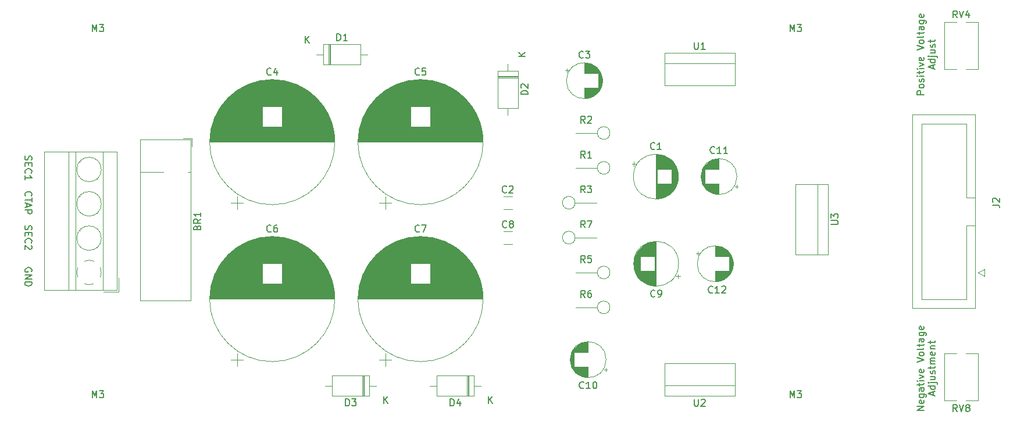
<source format=gbr>
%TF.GenerationSoftware,KiCad,Pcbnew,(5.1.10)-1*%
%TF.CreationDate,2021-09-17T22:04:39-04:00*%
%TF.ProjectId,Power Supply,506f7765-7220-4537-9570-706c792e6b69,rev?*%
%TF.SameCoordinates,Original*%
%TF.FileFunction,Legend,Top*%
%TF.FilePolarity,Positive*%
%FSLAX46Y46*%
G04 Gerber Fmt 4.6, Leading zero omitted, Abs format (unit mm)*
G04 Created by KiCad (PCBNEW (5.1.10)-1) date 2021-09-17 22:04:39*
%MOMM*%
%LPD*%
G01*
G04 APERTURE LIST*
%ADD10C,0.150000*%
%ADD11C,0.120000*%
G04 APERTURE END LIST*
D10*
X192667380Y-66793333D02*
X191667380Y-66793333D01*
X191667380Y-66412380D01*
X191715000Y-66317142D01*
X191762619Y-66269523D01*
X191857857Y-66221904D01*
X192000714Y-66221904D01*
X192095952Y-66269523D01*
X192143571Y-66317142D01*
X192191190Y-66412380D01*
X192191190Y-66793333D01*
X192667380Y-65650476D02*
X192619761Y-65745714D01*
X192572142Y-65793333D01*
X192476904Y-65840952D01*
X192191190Y-65840952D01*
X192095952Y-65793333D01*
X192048333Y-65745714D01*
X192000714Y-65650476D01*
X192000714Y-65507619D01*
X192048333Y-65412380D01*
X192095952Y-65364761D01*
X192191190Y-65317142D01*
X192476904Y-65317142D01*
X192572142Y-65364761D01*
X192619761Y-65412380D01*
X192667380Y-65507619D01*
X192667380Y-65650476D01*
X192619761Y-64936190D02*
X192667380Y-64840952D01*
X192667380Y-64650476D01*
X192619761Y-64555238D01*
X192524523Y-64507619D01*
X192476904Y-64507619D01*
X192381666Y-64555238D01*
X192334047Y-64650476D01*
X192334047Y-64793333D01*
X192286428Y-64888571D01*
X192191190Y-64936190D01*
X192143571Y-64936190D01*
X192048333Y-64888571D01*
X192000714Y-64793333D01*
X192000714Y-64650476D01*
X192048333Y-64555238D01*
X192667380Y-64079047D02*
X192000714Y-64079047D01*
X191667380Y-64079047D02*
X191715000Y-64126666D01*
X191762619Y-64079047D01*
X191715000Y-64031428D01*
X191667380Y-64079047D01*
X191762619Y-64079047D01*
X192000714Y-63745714D02*
X192000714Y-63364761D01*
X191667380Y-63602857D02*
X192524523Y-63602857D01*
X192619761Y-63555238D01*
X192667380Y-63460000D01*
X192667380Y-63364761D01*
X192667380Y-63031428D02*
X192000714Y-63031428D01*
X191667380Y-63031428D02*
X191715000Y-63079047D01*
X191762619Y-63031428D01*
X191715000Y-62983809D01*
X191667380Y-63031428D01*
X191762619Y-63031428D01*
X192000714Y-62650476D02*
X192667380Y-62412380D01*
X192000714Y-62174285D01*
X192619761Y-61412380D02*
X192667380Y-61507619D01*
X192667380Y-61698095D01*
X192619761Y-61793333D01*
X192524523Y-61840952D01*
X192143571Y-61840952D01*
X192048333Y-61793333D01*
X192000714Y-61698095D01*
X192000714Y-61507619D01*
X192048333Y-61412380D01*
X192143571Y-61364761D01*
X192238809Y-61364761D01*
X192334047Y-61840952D01*
X191667380Y-60317142D02*
X192667380Y-59983809D01*
X191667380Y-59650476D01*
X192667380Y-59174285D02*
X192619761Y-59269523D01*
X192572142Y-59317142D01*
X192476904Y-59364761D01*
X192191190Y-59364761D01*
X192095952Y-59317142D01*
X192048333Y-59269523D01*
X192000714Y-59174285D01*
X192000714Y-59031428D01*
X192048333Y-58936190D01*
X192095952Y-58888571D01*
X192191190Y-58840952D01*
X192476904Y-58840952D01*
X192572142Y-58888571D01*
X192619761Y-58936190D01*
X192667380Y-59031428D01*
X192667380Y-59174285D01*
X192667380Y-58269523D02*
X192619761Y-58364761D01*
X192524523Y-58412380D01*
X191667380Y-58412380D01*
X192000714Y-58031428D02*
X192000714Y-57650476D01*
X191667380Y-57888571D02*
X192524523Y-57888571D01*
X192619761Y-57840952D01*
X192667380Y-57745714D01*
X192667380Y-57650476D01*
X192667380Y-56888571D02*
X192143571Y-56888571D01*
X192048333Y-56936190D01*
X192000714Y-57031428D01*
X192000714Y-57221904D01*
X192048333Y-57317142D01*
X192619761Y-56888571D02*
X192667380Y-56983809D01*
X192667380Y-57221904D01*
X192619761Y-57317142D01*
X192524523Y-57364761D01*
X192429285Y-57364761D01*
X192334047Y-57317142D01*
X192286428Y-57221904D01*
X192286428Y-56983809D01*
X192238809Y-56888571D01*
X192000714Y-55983809D02*
X192810238Y-55983809D01*
X192905476Y-56031428D01*
X192953095Y-56079047D01*
X193000714Y-56174285D01*
X193000714Y-56317142D01*
X192953095Y-56412380D01*
X192619761Y-55983809D02*
X192667380Y-56079047D01*
X192667380Y-56269523D01*
X192619761Y-56364761D01*
X192572142Y-56412380D01*
X192476904Y-56460000D01*
X192191190Y-56460000D01*
X192095952Y-56412380D01*
X192048333Y-56364761D01*
X192000714Y-56269523D01*
X192000714Y-56079047D01*
X192048333Y-55983809D01*
X192619761Y-55126666D02*
X192667380Y-55221904D01*
X192667380Y-55412380D01*
X192619761Y-55507619D01*
X192524523Y-55555238D01*
X192143571Y-55555238D01*
X192048333Y-55507619D01*
X192000714Y-55412380D01*
X192000714Y-55221904D01*
X192048333Y-55126666D01*
X192143571Y-55079047D01*
X192238809Y-55079047D01*
X192334047Y-55555238D01*
X194031666Y-63031428D02*
X194031666Y-62555238D01*
X194317380Y-63126666D02*
X193317380Y-62793333D01*
X194317380Y-62460000D01*
X194317380Y-61698095D02*
X193317380Y-61698095D01*
X194269761Y-61698095D02*
X194317380Y-61793333D01*
X194317380Y-61983809D01*
X194269761Y-62079047D01*
X194222142Y-62126666D01*
X194126904Y-62174285D01*
X193841190Y-62174285D01*
X193745952Y-62126666D01*
X193698333Y-62079047D01*
X193650714Y-61983809D01*
X193650714Y-61793333D01*
X193698333Y-61698095D01*
X193650714Y-61221904D02*
X194507857Y-61221904D01*
X194603095Y-61269523D01*
X194650714Y-61364761D01*
X194650714Y-61412380D01*
X193317380Y-61221904D02*
X193365000Y-61269523D01*
X193412619Y-61221904D01*
X193365000Y-61174285D01*
X193317380Y-61221904D01*
X193412619Y-61221904D01*
X193650714Y-60317142D02*
X194317380Y-60317142D01*
X193650714Y-60745714D02*
X194174523Y-60745714D01*
X194269761Y-60698095D01*
X194317380Y-60602857D01*
X194317380Y-60460000D01*
X194269761Y-60364761D01*
X194222142Y-60317142D01*
X194269761Y-59888571D02*
X194317380Y-59793333D01*
X194317380Y-59602857D01*
X194269761Y-59507619D01*
X194174523Y-59460000D01*
X194126904Y-59460000D01*
X194031666Y-59507619D01*
X193984047Y-59602857D01*
X193984047Y-59745714D01*
X193936428Y-59840952D01*
X193841190Y-59888571D01*
X193793571Y-59888571D01*
X193698333Y-59840952D01*
X193650714Y-59745714D01*
X193650714Y-59602857D01*
X193698333Y-59507619D01*
X193650714Y-59174285D02*
X193650714Y-58793333D01*
X193317380Y-59031428D02*
X194174523Y-59031428D01*
X194269761Y-58983809D01*
X194317380Y-58888571D01*
X194317380Y-58793333D01*
X192667380Y-112775238D02*
X191667380Y-112775238D01*
X192667380Y-112203809D01*
X191667380Y-112203809D01*
X192619761Y-111346666D02*
X192667380Y-111441904D01*
X192667380Y-111632380D01*
X192619761Y-111727619D01*
X192524523Y-111775238D01*
X192143571Y-111775238D01*
X192048333Y-111727619D01*
X192000714Y-111632380D01*
X192000714Y-111441904D01*
X192048333Y-111346666D01*
X192143571Y-111299047D01*
X192238809Y-111299047D01*
X192334047Y-111775238D01*
X192000714Y-110441904D02*
X192810238Y-110441904D01*
X192905476Y-110489523D01*
X192953095Y-110537142D01*
X193000714Y-110632380D01*
X193000714Y-110775238D01*
X192953095Y-110870476D01*
X192619761Y-110441904D02*
X192667380Y-110537142D01*
X192667380Y-110727619D01*
X192619761Y-110822857D01*
X192572142Y-110870476D01*
X192476904Y-110918095D01*
X192191190Y-110918095D01*
X192095952Y-110870476D01*
X192048333Y-110822857D01*
X192000714Y-110727619D01*
X192000714Y-110537142D01*
X192048333Y-110441904D01*
X192667380Y-109537142D02*
X192143571Y-109537142D01*
X192048333Y-109584761D01*
X192000714Y-109680000D01*
X192000714Y-109870476D01*
X192048333Y-109965714D01*
X192619761Y-109537142D02*
X192667380Y-109632380D01*
X192667380Y-109870476D01*
X192619761Y-109965714D01*
X192524523Y-110013333D01*
X192429285Y-110013333D01*
X192334047Y-109965714D01*
X192286428Y-109870476D01*
X192286428Y-109632380D01*
X192238809Y-109537142D01*
X192000714Y-109203809D02*
X192000714Y-108822857D01*
X191667380Y-109060952D02*
X192524523Y-109060952D01*
X192619761Y-109013333D01*
X192667380Y-108918095D01*
X192667380Y-108822857D01*
X192667380Y-108489523D02*
X192000714Y-108489523D01*
X191667380Y-108489523D02*
X191715000Y-108537142D01*
X191762619Y-108489523D01*
X191715000Y-108441904D01*
X191667380Y-108489523D01*
X191762619Y-108489523D01*
X192000714Y-108108571D02*
X192667380Y-107870476D01*
X192000714Y-107632380D01*
X192619761Y-106870476D02*
X192667380Y-106965714D01*
X192667380Y-107156190D01*
X192619761Y-107251428D01*
X192524523Y-107299047D01*
X192143571Y-107299047D01*
X192048333Y-107251428D01*
X192000714Y-107156190D01*
X192000714Y-106965714D01*
X192048333Y-106870476D01*
X192143571Y-106822857D01*
X192238809Y-106822857D01*
X192334047Y-107299047D01*
X191667380Y-105775238D02*
X192667380Y-105441904D01*
X191667380Y-105108571D01*
X192667380Y-104632380D02*
X192619761Y-104727619D01*
X192572142Y-104775238D01*
X192476904Y-104822857D01*
X192191190Y-104822857D01*
X192095952Y-104775238D01*
X192048333Y-104727619D01*
X192000714Y-104632380D01*
X192000714Y-104489523D01*
X192048333Y-104394285D01*
X192095952Y-104346666D01*
X192191190Y-104299047D01*
X192476904Y-104299047D01*
X192572142Y-104346666D01*
X192619761Y-104394285D01*
X192667380Y-104489523D01*
X192667380Y-104632380D01*
X192667380Y-103727619D02*
X192619761Y-103822857D01*
X192524523Y-103870476D01*
X191667380Y-103870476D01*
X192000714Y-103489523D02*
X192000714Y-103108571D01*
X191667380Y-103346666D02*
X192524523Y-103346666D01*
X192619761Y-103299047D01*
X192667380Y-103203809D01*
X192667380Y-103108571D01*
X192667380Y-102346666D02*
X192143571Y-102346666D01*
X192048333Y-102394285D01*
X192000714Y-102489523D01*
X192000714Y-102680000D01*
X192048333Y-102775238D01*
X192619761Y-102346666D02*
X192667380Y-102441904D01*
X192667380Y-102680000D01*
X192619761Y-102775238D01*
X192524523Y-102822857D01*
X192429285Y-102822857D01*
X192334047Y-102775238D01*
X192286428Y-102680000D01*
X192286428Y-102441904D01*
X192238809Y-102346666D01*
X192000714Y-101441904D02*
X192810238Y-101441904D01*
X192905476Y-101489523D01*
X192953095Y-101537142D01*
X193000714Y-101632380D01*
X193000714Y-101775238D01*
X192953095Y-101870476D01*
X192619761Y-101441904D02*
X192667380Y-101537142D01*
X192667380Y-101727619D01*
X192619761Y-101822857D01*
X192572142Y-101870476D01*
X192476904Y-101918095D01*
X192191190Y-101918095D01*
X192095952Y-101870476D01*
X192048333Y-101822857D01*
X192000714Y-101727619D01*
X192000714Y-101537142D01*
X192048333Y-101441904D01*
X192619761Y-100584761D02*
X192667380Y-100680000D01*
X192667380Y-100870476D01*
X192619761Y-100965714D01*
X192524523Y-101013333D01*
X192143571Y-101013333D01*
X192048333Y-100965714D01*
X192000714Y-100870476D01*
X192000714Y-100680000D01*
X192048333Y-100584761D01*
X192143571Y-100537142D01*
X192238809Y-100537142D01*
X192334047Y-101013333D01*
X194031666Y-110584761D02*
X194031666Y-110108571D01*
X194317380Y-110680000D02*
X193317380Y-110346666D01*
X194317380Y-110013333D01*
X194317380Y-109251428D02*
X193317380Y-109251428D01*
X194269761Y-109251428D02*
X194317380Y-109346666D01*
X194317380Y-109537142D01*
X194269761Y-109632380D01*
X194222142Y-109680000D01*
X194126904Y-109727619D01*
X193841190Y-109727619D01*
X193745952Y-109680000D01*
X193698333Y-109632380D01*
X193650714Y-109537142D01*
X193650714Y-109346666D01*
X193698333Y-109251428D01*
X193650714Y-108775238D02*
X194507857Y-108775238D01*
X194603095Y-108822857D01*
X194650714Y-108918095D01*
X194650714Y-108965714D01*
X193317380Y-108775238D02*
X193365000Y-108822857D01*
X193412619Y-108775238D01*
X193365000Y-108727619D01*
X193317380Y-108775238D01*
X193412619Y-108775238D01*
X193650714Y-107870476D02*
X194317380Y-107870476D01*
X193650714Y-108299047D02*
X194174523Y-108299047D01*
X194269761Y-108251428D01*
X194317380Y-108156190D01*
X194317380Y-108013333D01*
X194269761Y-107918095D01*
X194222142Y-107870476D01*
X194269761Y-107441904D02*
X194317380Y-107346666D01*
X194317380Y-107156190D01*
X194269761Y-107060952D01*
X194174523Y-107013333D01*
X194126904Y-107013333D01*
X194031666Y-107060952D01*
X193984047Y-107156190D01*
X193984047Y-107299047D01*
X193936428Y-107394285D01*
X193841190Y-107441904D01*
X193793571Y-107441904D01*
X193698333Y-107394285D01*
X193650714Y-107299047D01*
X193650714Y-107156190D01*
X193698333Y-107060952D01*
X193650714Y-106727619D02*
X193650714Y-106346666D01*
X193317380Y-106584761D02*
X194174523Y-106584761D01*
X194269761Y-106537142D01*
X194317380Y-106441904D01*
X194317380Y-106346666D01*
X194317380Y-106013333D02*
X193650714Y-106013333D01*
X193745952Y-106013333D02*
X193698333Y-105965714D01*
X193650714Y-105870476D01*
X193650714Y-105727619D01*
X193698333Y-105632380D01*
X193793571Y-105584761D01*
X194317380Y-105584761D01*
X193793571Y-105584761D02*
X193698333Y-105537142D01*
X193650714Y-105441904D01*
X193650714Y-105299047D01*
X193698333Y-105203809D01*
X193793571Y-105156190D01*
X194317380Y-105156190D01*
X194269761Y-104299047D02*
X194317380Y-104394285D01*
X194317380Y-104584761D01*
X194269761Y-104680000D01*
X194174523Y-104727619D01*
X193793571Y-104727619D01*
X193698333Y-104680000D01*
X193650714Y-104584761D01*
X193650714Y-104394285D01*
X193698333Y-104299047D01*
X193793571Y-104251428D01*
X193888809Y-104251428D01*
X193984047Y-104727619D01*
X193650714Y-103822857D02*
X194317380Y-103822857D01*
X193745952Y-103822857D02*
X193698333Y-103775238D01*
X193650714Y-103680000D01*
X193650714Y-103537142D01*
X193698333Y-103441904D01*
X193793571Y-103394285D01*
X194317380Y-103394285D01*
X193650714Y-103060952D02*
X193650714Y-102680000D01*
X193317380Y-102918095D02*
X194174523Y-102918095D01*
X194269761Y-102870476D01*
X194317380Y-102775238D01*
X194317380Y-102680000D01*
X62730000Y-92583095D02*
X62777619Y-92487857D01*
X62777619Y-92345000D01*
X62730000Y-92202142D01*
X62634761Y-92106904D01*
X62539523Y-92059285D01*
X62349047Y-92011666D01*
X62206190Y-92011666D01*
X62015714Y-92059285D01*
X61920476Y-92106904D01*
X61825238Y-92202142D01*
X61777619Y-92345000D01*
X61777619Y-92440238D01*
X61825238Y-92583095D01*
X61872857Y-92630714D01*
X62206190Y-92630714D01*
X62206190Y-92440238D01*
X61777619Y-93059285D02*
X62777619Y-93059285D01*
X61777619Y-93630714D01*
X62777619Y-93630714D01*
X61777619Y-94106904D02*
X62777619Y-94106904D01*
X62777619Y-94345000D01*
X62730000Y-94487857D01*
X62634761Y-94583095D01*
X62539523Y-94630714D01*
X62349047Y-94678333D01*
X62206190Y-94678333D01*
X62015714Y-94630714D01*
X61920476Y-94583095D01*
X61825238Y-94487857D01*
X61777619Y-94345000D01*
X61777619Y-94106904D01*
X61825238Y-85915714D02*
X61777619Y-86058571D01*
X61777619Y-86296666D01*
X61825238Y-86391904D01*
X61872857Y-86439523D01*
X61968095Y-86487142D01*
X62063333Y-86487142D01*
X62158571Y-86439523D01*
X62206190Y-86391904D01*
X62253809Y-86296666D01*
X62301428Y-86106190D01*
X62349047Y-86010952D01*
X62396666Y-85963333D01*
X62491904Y-85915714D01*
X62587142Y-85915714D01*
X62682380Y-85963333D01*
X62730000Y-86010952D01*
X62777619Y-86106190D01*
X62777619Y-86344285D01*
X62730000Y-86487142D01*
X62301428Y-86915714D02*
X62301428Y-87249047D01*
X61777619Y-87391904D02*
X61777619Y-86915714D01*
X62777619Y-86915714D01*
X62777619Y-87391904D01*
X61872857Y-88391904D02*
X61825238Y-88344285D01*
X61777619Y-88201428D01*
X61777619Y-88106190D01*
X61825238Y-87963333D01*
X61920476Y-87868095D01*
X62015714Y-87820476D01*
X62206190Y-87772857D01*
X62349047Y-87772857D01*
X62539523Y-87820476D01*
X62634761Y-87868095D01*
X62730000Y-87963333D01*
X62777619Y-88106190D01*
X62777619Y-88201428D01*
X62730000Y-88344285D01*
X62682380Y-88391904D01*
X62682380Y-88772857D02*
X62730000Y-88820476D01*
X62777619Y-88915714D01*
X62777619Y-89153809D01*
X62730000Y-89249047D01*
X62682380Y-89296666D01*
X62587142Y-89344285D01*
X62491904Y-89344285D01*
X62349047Y-89296666D01*
X61777619Y-88725238D01*
X61777619Y-89344285D01*
X61872857Y-81550000D02*
X61825238Y-81502380D01*
X61777619Y-81359523D01*
X61777619Y-81264285D01*
X61825238Y-81121428D01*
X61920476Y-81026190D01*
X62015714Y-80978571D01*
X62206190Y-80930952D01*
X62349047Y-80930952D01*
X62539523Y-80978571D01*
X62634761Y-81026190D01*
X62730000Y-81121428D01*
X62777619Y-81264285D01*
X62777619Y-81359523D01*
X62730000Y-81502380D01*
X62682380Y-81550000D01*
X62777619Y-81835714D02*
X62777619Y-82407142D01*
X61777619Y-82121428D02*
X62777619Y-82121428D01*
X62063333Y-82692857D02*
X62063333Y-83169047D01*
X61777619Y-82597619D02*
X62777619Y-82930952D01*
X61777619Y-83264285D01*
X61777619Y-83597619D02*
X62777619Y-83597619D01*
X62777619Y-83978571D01*
X62730000Y-84073809D01*
X62682380Y-84121428D01*
X62587142Y-84169047D01*
X62444285Y-84169047D01*
X62349047Y-84121428D01*
X62301428Y-84073809D01*
X62253809Y-83978571D01*
X62253809Y-83597619D01*
X61825238Y-75755714D02*
X61777619Y-75898571D01*
X61777619Y-76136666D01*
X61825238Y-76231904D01*
X61872857Y-76279523D01*
X61968095Y-76327142D01*
X62063333Y-76327142D01*
X62158571Y-76279523D01*
X62206190Y-76231904D01*
X62253809Y-76136666D01*
X62301428Y-75946190D01*
X62349047Y-75850952D01*
X62396666Y-75803333D01*
X62491904Y-75755714D01*
X62587142Y-75755714D01*
X62682380Y-75803333D01*
X62730000Y-75850952D01*
X62777619Y-75946190D01*
X62777619Y-76184285D01*
X62730000Y-76327142D01*
X62301428Y-76755714D02*
X62301428Y-77089047D01*
X61777619Y-77231904D02*
X61777619Y-76755714D01*
X62777619Y-76755714D01*
X62777619Y-77231904D01*
X61872857Y-78231904D02*
X61825238Y-78184285D01*
X61777619Y-78041428D01*
X61777619Y-77946190D01*
X61825238Y-77803333D01*
X61920476Y-77708095D01*
X62015714Y-77660476D01*
X62206190Y-77612857D01*
X62349047Y-77612857D01*
X62539523Y-77660476D01*
X62634761Y-77708095D01*
X62730000Y-77803333D01*
X62777619Y-77946190D01*
X62777619Y-78041428D01*
X62730000Y-78184285D01*
X62682380Y-78231904D01*
X61777619Y-79184285D02*
X61777619Y-78612857D01*
X61777619Y-78898571D02*
X62777619Y-78898571D01*
X62634761Y-78803333D01*
X62539523Y-78708095D01*
X62491904Y-78612857D01*
D11*
%TO.C,J2*%
X201530000Y-92210000D02*
X200530000Y-92710000D01*
X201530000Y-93210000D02*
X201530000Y-92210000D01*
X200530000Y-92710000D02*
X201530000Y-93210000D01*
X198830000Y-81770000D02*
X200140000Y-81770000D01*
X198830000Y-81770000D02*
X198830000Y-81770000D01*
X198830000Y-71020000D02*
X198830000Y-81770000D01*
X192330000Y-71020000D02*
X198830000Y-71020000D01*
X192330000Y-96620000D02*
X192330000Y-71020000D01*
X198830000Y-96620000D02*
X192330000Y-96620000D01*
X198830000Y-85870000D02*
X198830000Y-96620000D01*
X200140000Y-85870000D02*
X198830000Y-85870000D01*
X200140000Y-69720000D02*
X200140000Y-97920000D01*
X191020000Y-69720000D02*
X200140000Y-69720000D01*
X191020000Y-97920000D02*
X191020000Y-69720000D01*
X200140000Y-97920000D02*
X191020000Y-97920000D01*
%TO.C,RV4*%
X195650000Y-56270000D02*
X197470000Y-56270000D01*
X198770000Y-56270000D02*
X200590000Y-56270000D01*
X195650000Y-63110000D02*
X197470000Y-63110000D01*
X198770000Y-63110000D02*
X200590000Y-63110000D01*
X200590000Y-56270000D02*
X200590000Y-63110000D01*
X195650000Y-56270000D02*
X195650000Y-63110000D01*
%TO.C,RV8*%
X200590000Y-111370000D02*
X200590000Y-104530000D01*
X195650000Y-111370000D02*
X195650000Y-104530000D01*
X197470000Y-104530000D02*
X195650000Y-104530000D01*
X200590000Y-104530000D02*
X198770000Y-104530000D01*
X197470000Y-111370000D02*
X195650000Y-111370000D01*
X200590000Y-111370000D02*
X198770000Y-111370000D01*
%TO.C,BR1*%
X78520000Y-73370000D02*
X78520000Y-96770000D01*
X78520000Y-96770000D02*
X85920000Y-96770000D01*
X85920000Y-96770000D02*
X85920000Y-73370000D01*
X85920000Y-73370000D02*
X78520000Y-73370000D01*
X81920000Y-78070000D02*
X78520000Y-78070000D01*
X84820000Y-73170000D02*
X86120000Y-73170000D01*
X86120000Y-73170000D02*
X86120000Y-74370000D01*
X85520000Y-78070000D02*
X85920000Y-78070000D01*
%TO.C,C1*%
X150464759Y-76586000D02*
X150464759Y-77216000D01*
X150149759Y-76901000D02*
X150779759Y-76901000D01*
X156891000Y-78338000D02*
X156891000Y-79142000D01*
X156851000Y-78107000D02*
X156851000Y-79373000D01*
X156811000Y-77938000D02*
X156811000Y-79542000D01*
X156771000Y-77800000D02*
X156771000Y-79680000D01*
X156731000Y-77681000D02*
X156731000Y-79799000D01*
X156691000Y-77575000D02*
X156691000Y-79905000D01*
X156651000Y-77478000D02*
X156651000Y-80002000D01*
X156611000Y-77390000D02*
X156611000Y-80090000D01*
X156571000Y-77308000D02*
X156571000Y-80172000D01*
X156531000Y-77231000D02*
X156531000Y-80249000D01*
X156491000Y-77159000D02*
X156491000Y-80321000D01*
X156451000Y-77090000D02*
X156451000Y-80390000D01*
X156411000Y-77026000D02*
X156411000Y-80454000D01*
X156371000Y-76964000D02*
X156371000Y-80516000D01*
X156331000Y-76906000D02*
X156331000Y-80574000D01*
X156291000Y-76850000D02*
X156291000Y-80630000D01*
X156251000Y-76796000D02*
X156251000Y-80684000D01*
X156211000Y-76745000D02*
X156211000Y-80735000D01*
X156171000Y-76696000D02*
X156171000Y-80784000D01*
X156131000Y-76648000D02*
X156131000Y-80832000D01*
X156091000Y-76603000D02*
X156091000Y-80877000D01*
X156051000Y-76558000D02*
X156051000Y-80922000D01*
X156011000Y-76516000D02*
X156011000Y-80964000D01*
X155971000Y-76475000D02*
X155971000Y-81005000D01*
X155931000Y-79780000D02*
X155931000Y-81045000D01*
X155931000Y-76435000D02*
X155931000Y-77700000D01*
X155891000Y-79780000D02*
X155891000Y-81083000D01*
X155891000Y-76397000D02*
X155891000Y-77700000D01*
X155851000Y-79780000D02*
X155851000Y-81120000D01*
X155851000Y-76360000D02*
X155851000Y-77700000D01*
X155811000Y-79780000D02*
X155811000Y-81156000D01*
X155811000Y-76324000D02*
X155811000Y-77700000D01*
X155771000Y-79780000D02*
X155771000Y-81190000D01*
X155771000Y-76290000D02*
X155771000Y-77700000D01*
X155731000Y-79780000D02*
X155731000Y-81224000D01*
X155731000Y-76256000D02*
X155731000Y-77700000D01*
X155691000Y-79780000D02*
X155691000Y-81256000D01*
X155691000Y-76224000D02*
X155691000Y-77700000D01*
X155651000Y-79780000D02*
X155651000Y-81288000D01*
X155651000Y-76192000D02*
X155651000Y-77700000D01*
X155611000Y-79780000D02*
X155611000Y-81318000D01*
X155611000Y-76162000D02*
X155611000Y-77700000D01*
X155571000Y-79780000D02*
X155571000Y-81347000D01*
X155571000Y-76133000D02*
X155571000Y-77700000D01*
X155531000Y-79780000D02*
X155531000Y-81376000D01*
X155531000Y-76104000D02*
X155531000Y-77700000D01*
X155491000Y-79780000D02*
X155491000Y-81404000D01*
X155491000Y-76076000D02*
X155491000Y-77700000D01*
X155451000Y-79780000D02*
X155451000Y-81430000D01*
X155451000Y-76050000D02*
X155451000Y-77700000D01*
X155411000Y-79780000D02*
X155411000Y-81456000D01*
X155411000Y-76024000D02*
X155411000Y-77700000D01*
X155371000Y-79780000D02*
X155371000Y-81482000D01*
X155371000Y-75998000D02*
X155371000Y-77700000D01*
X155331000Y-79780000D02*
X155331000Y-81506000D01*
X155331000Y-75974000D02*
X155331000Y-77700000D01*
X155291000Y-79780000D02*
X155291000Y-81530000D01*
X155291000Y-75950000D02*
X155291000Y-77700000D01*
X155251000Y-79780000D02*
X155251000Y-81552000D01*
X155251000Y-75928000D02*
X155251000Y-77700000D01*
X155211000Y-79780000D02*
X155211000Y-81574000D01*
X155211000Y-75906000D02*
X155211000Y-77700000D01*
X155171000Y-79780000D02*
X155171000Y-81596000D01*
X155171000Y-75884000D02*
X155171000Y-77700000D01*
X155131000Y-79780000D02*
X155131000Y-81616000D01*
X155131000Y-75864000D02*
X155131000Y-77700000D01*
X155091000Y-79780000D02*
X155091000Y-81636000D01*
X155091000Y-75844000D02*
X155091000Y-77700000D01*
X155051000Y-79780000D02*
X155051000Y-81656000D01*
X155051000Y-75824000D02*
X155051000Y-77700000D01*
X155011000Y-79780000D02*
X155011000Y-81674000D01*
X155011000Y-75806000D02*
X155011000Y-77700000D01*
X154971000Y-79780000D02*
X154971000Y-81692000D01*
X154971000Y-75788000D02*
X154971000Y-77700000D01*
X154931000Y-79780000D02*
X154931000Y-81710000D01*
X154931000Y-75770000D02*
X154931000Y-77700000D01*
X154891000Y-79780000D02*
X154891000Y-81726000D01*
X154891000Y-75754000D02*
X154891000Y-77700000D01*
X154851000Y-79780000D02*
X154851000Y-81742000D01*
X154851000Y-75738000D02*
X154851000Y-77700000D01*
X154811000Y-79780000D02*
X154811000Y-81758000D01*
X154811000Y-75722000D02*
X154811000Y-77700000D01*
X154771000Y-79780000D02*
X154771000Y-81773000D01*
X154771000Y-75707000D02*
X154771000Y-77700000D01*
X154731000Y-79780000D02*
X154731000Y-81787000D01*
X154731000Y-75693000D02*
X154731000Y-77700000D01*
X154691000Y-79780000D02*
X154691000Y-81801000D01*
X154691000Y-75679000D02*
X154691000Y-77700000D01*
X154651000Y-79780000D02*
X154651000Y-81814000D01*
X154651000Y-75666000D02*
X154651000Y-77700000D01*
X154611000Y-79780000D02*
X154611000Y-81826000D01*
X154611000Y-75654000D02*
X154611000Y-77700000D01*
X154571000Y-79780000D02*
X154571000Y-81838000D01*
X154571000Y-75642000D02*
X154571000Y-77700000D01*
X154531000Y-79780000D02*
X154531000Y-81850000D01*
X154531000Y-75630000D02*
X154531000Y-77700000D01*
X154491000Y-79780000D02*
X154491000Y-81861000D01*
X154491000Y-75619000D02*
X154491000Y-77700000D01*
X154451000Y-79780000D02*
X154451000Y-81871000D01*
X154451000Y-75609000D02*
X154451000Y-77700000D01*
X154411000Y-79780000D02*
X154411000Y-81881000D01*
X154411000Y-75599000D02*
X154411000Y-77700000D01*
X154371000Y-79780000D02*
X154371000Y-81890000D01*
X154371000Y-75590000D02*
X154371000Y-77700000D01*
X154330000Y-79780000D02*
X154330000Y-81899000D01*
X154330000Y-75581000D02*
X154330000Y-77700000D01*
X154290000Y-79780000D02*
X154290000Y-81907000D01*
X154290000Y-75573000D02*
X154290000Y-77700000D01*
X154250000Y-79780000D02*
X154250000Y-81915000D01*
X154250000Y-75565000D02*
X154250000Y-77700000D01*
X154210000Y-79780000D02*
X154210000Y-81922000D01*
X154210000Y-75558000D02*
X154210000Y-77700000D01*
X154170000Y-79780000D02*
X154170000Y-81929000D01*
X154170000Y-75551000D02*
X154170000Y-77700000D01*
X154130000Y-79780000D02*
X154130000Y-81935000D01*
X154130000Y-75545000D02*
X154130000Y-77700000D01*
X154090000Y-79780000D02*
X154090000Y-81941000D01*
X154090000Y-75539000D02*
X154090000Y-77700000D01*
X154050000Y-79780000D02*
X154050000Y-81946000D01*
X154050000Y-75534000D02*
X154050000Y-77700000D01*
X154010000Y-79780000D02*
X154010000Y-81951000D01*
X154010000Y-75529000D02*
X154010000Y-77700000D01*
X153970000Y-79780000D02*
X153970000Y-81955000D01*
X153970000Y-75525000D02*
X153970000Y-77700000D01*
X153930000Y-79780000D02*
X153930000Y-81958000D01*
X153930000Y-75522000D02*
X153930000Y-77700000D01*
X153890000Y-79780000D02*
X153890000Y-81962000D01*
X153890000Y-75518000D02*
X153890000Y-77700000D01*
X153850000Y-75516000D02*
X153850000Y-81964000D01*
X153810000Y-75513000D02*
X153810000Y-81967000D01*
X153770000Y-75512000D02*
X153770000Y-81968000D01*
X153730000Y-75510000D02*
X153730000Y-81970000D01*
X153690000Y-75510000D02*
X153690000Y-81970000D01*
X153650000Y-75510000D02*
X153650000Y-81970000D01*
X156920000Y-78740000D02*
G75*
G03*
X156920000Y-78740000I-3270000J0D01*
G01*
%TO.C,C2*%
X132729000Y-83470000D02*
X131471000Y-83470000D01*
X132729000Y-81630000D02*
X131471000Y-81630000D01*
%TO.C,C3*%
X140685225Y-63045000D02*
X140685225Y-63545000D01*
X140435225Y-63295000D02*
X140935225Y-63295000D01*
X145841000Y-64486000D02*
X145841000Y-65054000D01*
X145801000Y-64252000D02*
X145801000Y-65288000D01*
X145761000Y-64093000D02*
X145761000Y-65447000D01*
X145721000Y-63965000D02*
X145721000Y-65575000D01*
X145681000Y-63855000D02*
X145681000Y-65685000D01*
X145641000Y-63759000D02*
X145641000Y-65781000D01*
X145601000Y-63672000D02*
X145601000Y-65868000D01*
X145561000Y-63592000D02*
X145561000Y-65948000D01*
X145521000Y-63519000D02*
X145521000Y-66021000D01*
X145481000Y-63451000D02*
X145481000Y-66089000D01*
X145441000Y-63387000D02*
X145441000Y-66153000D01*
X145401000Y-63327000D02*
X145401000Y-66213000D01*
X145361000Y-63270000D02*
X145361000Y-66270000D01*
X145321000Y-63216000D02*
X145321000Y-66324000D01*
X145281000Y-63165000D02*
X145281000Y-66375000D01*
X145241000Y-65810000D02*
X145241000Y-66423000D01*
X145241000Y-63117000D02*
X145241000Y-63730000D01*
X145201000Y-65810000D02*
X145201000Y-66469000D01*
X145201000Y-63071000D02*
X145201000Y-63730000D01*
X145161000Y-65810000D02*
X145161000Y-66513000D01*
X145161000Y-63027000D02*
X145161000Y-63730000D01*
X145121000Y-65810000D02*
X145121000Y-66555000D01*
X145121000Y-62985000D02*
X145121000Y-63730000D01*
X145081000Y-65810000D02*
X145081000Y-66596000D01*
X145081000Y-62944000D02*
X145081000Y-63730000D01*
X145041000Y-65810000D02*
X145041000Y-66634000D01*
X145041000Y-62906000D02*
X145041000Y-63730000D01*
X145001000Y-65810000D02*
X145001000Y-66671000D01*
X145001000Y-62869000D02*
X145001000Y-63730000D01*
X144961000Y-65810000D02*
X144961000Y-66707000D01*
X144961000Y-62833000D02*
X144961000Y-63730000D01*
X144921000Y-65810000D02*
X144921000Y-66741000D01*
X144921000Y-62799000D02*
X144921000Y-63730000D01*
X144881000Y-65810000D02*
X144881000Y-66774000D01*
X144881000Y-62766000D02*
X144881000Y-63730000D01*
X144841000Y-65810000D02*
X144841000Y-66805000D01*
X144841000Y-62735000D02*
X144841000Y-63730000D01*
X144801000Y-65810000D02*
X144801000Y-66835000D01*
X144801000Y-62705000D02*
X144801000Y-63730000D01*
X144761000Y-65810000D02*
X144761000Y-66865000D01*
X144761000Y-62675000D02*
X144761000Y-63730000D01*
X144721000Y-65810000D02*
X144721000Y-66892000D01*
X144721000Y-62648000D02*
X144721000Y-63730000D01*
X144681000Y-65810000D02*
X144681000Y-66919000D01*
X144681000Y-62621000D02*
X144681000Y-63730000D01*
X144641000Y-65810000D02*
X144641000Y-66945000D01*
X144641000Y-62595000D02*
X144641000Y-63730000D01*
X144601000Y-65810000D02*
X144601000Y-66970000D01*
X144601000Y-62570000D02*
X144601000Y-63730000D01*
X144561000Y-65810000D02*
X144561000Y-66994000D01*
X144561000Y-62546000D02*
X144561000Y-63730000D01*
X144521000Y-65810000D02*
X144521000Y-67017000D01*
X144521000Y-62523000D02*
X144521000Y-63730000D01*
X144481000Y-65810000D02*
X144481000Y-67038000D01*
X144481000Y-62502000D02*
X144481000Y-63730000D01*
X144441000Y-65810000D02*
X144441000Y-67060000D01*
X144441000Y-62480000D02*
X144441000Y-63730000D01*
X144401000Y-65810000D02*
X144401000Y-67080000D01*
X144401000Y-62460000D02*
X144401000Y-63730000D01*
X144361000Y-65810000D02*
X144361000Y-67099000D01*
X144361000Y-62441000D02*
X144361000Y-63730000D01*
X144321000Y-65810000D02*
X144321000Y-67118000D01*
X144321000Y-62422000D02*
X144321000Y-63730000D01*
X144281000Y-65810000D02*
X144281000Y-67135000D01*
X144281000Y-62405000D02*
X144281000Y-63730000D01*
X144241000Y-65810000D02*
X144241000Y-67152000D01*
X144241000Y-62388000D02*
X144241000Y-63730000D01*
X144201000Y-65810000D02*
X144201000Y-67168000D01*
X144201000Y-62372000D02*
X144201000Y-63730000D01*
X144161000Y-65810000D02*
X144161000Y-67184000D01*
X144161000Y-62356000D02*
X144161000Y-63730000D01*
X144121000Y-65810000D02*
X144121000Y-67198000D01*
X144121000Y-62342000D02*
X144121000Y-63730000D01*
X144081000Y-65810000D02*
X144081000Y-67212000D01*
X144081000Y-62328000D02*
X144081000Y-63730000D01*
X144041000Y-65810000D02*
X144041000Y-67225000D01*
X144041000Y-62315000D02*
X144041000Y-63730000D01*
X144001000Y-65810000D02*
X144001000Y-67238000D01*
X144001000Y-62302000D02*
X144001000Y-63730000D01*
X143961000Y-65810000D02*
X143961000Y-67250000D01*
X143961000Y-62290000D02*
X143961000Y-63730000D01*
X143920000Y-65810000D02*
X143920000Y-67261000D01*
X143920000Y-62279000D02*
X143920000Y-63730000D01*
X143880000Y-65810000D02*
X143880000Y-67271000D01*
X143880000Y-62269000D02*
X143880000Y-63730000D01*
X143840000Y-65810000D02*
X143840000Y-67281000D01*
X143840000Y-62259000D02*
X143840000Y-63730000D01*
X143800000Y-65810000D02*
X143800000Y-67290000D01*
X143800000Y-62250000D02*
X143800000Y-63730000D01*
X143760000Y-65810000D02*
X143760000Y-67298000D01*
X143760000Y-62242000D02*
X143760000Y-63730000D01*
X143720000Y-65810000D02*
X143720000Y-67306000D01*
X143720000Y-62234000D02*
X143720000Y-63730000D01*
X143680000Y-65810000D02*
X143680000Y-67313000D01*
X143680000Y-62227000D02*
X143680000Y-63730000D01*
X143640000Y-65810000D02*
X143640000Y-67320000D01*
X143640000Y-62220000D02*
X143640000Y-63730000D01*
X143600000Y-65810000D02*
X143600000Y-67326000D01*
X143600000Y-62214000D02*
X143600000Y-63730000D01*
X143560000Y-65810000D02*
X143560000Y-67331000D01*
X143560000Y-62209000D02*
X143560000Y-63730000D01*
X143520000Y-65810000D02*
X143520000Y-67335000D01*
X143520000Y-62205000D02*
X143520000Y-63730000D01*
X143480000Y-65810000D02*
X143480000Y-67339000D01*
X143480000Y-62201000D02*
X143480000Y-63730000D01*
X143440000Y-65810000D02*
X143440000Y-67343000D01*
X143440000Y-62197000D02*
X143440000Y-63730000D01*
X143400000Y-65810000D02*
X143400000Y-67346000D01*
X143400000Y-62194000D02*
X143400000Y-63730000D01*
X143360000Y-65810000D02*
X143360000Y-67348000D01*
X143360000Y-62192000D02*
X143360000Y-63730000D01*
X143320000Y-65810000D02*
X143320000Y-67349000D01*
X143320000Y-62191000D02*
X143320000Y-63730000D01*
X143280000Y-62190000D02*
X143280000Y-63730000D01*
X143280000Y-65810000D02*
X143280000Y-67350000D01*
X143240000Y-62190000D02*
X143240000Y-63730000D01*
X143240000Y-65810000D02*
X143240000Y-67350000D01*
X145860000Y-64770000D02*
G75*
G03*
X145860000Y-64770000I-2620000J0D01*
G01*
%TO.C,C4*%
X91775000Y-82579440D02*
X93575000Y-82579440D01*
X92675000Y-83479440D02*
X92675000Y-81679440D01*
X97750000Y-64600000D02*
X97830000Y-64600000D01*
X96976000Y-64640000D02*
X98604000Y-64640000D01*
X96624000Y-64680000D02*
X98956000Y-64680000D01*
X96355000Y-64720000D02*
X99225000Y-64720000D01*
X96129000Y-64760000D02*
X99451000Y-64760000D01*
X95930000Y-64800000D02*
X99650000Y-64800000D01*
X95751000Y-64840000D02*
X99829000Y-64840000D01*
X95587000Y-64880000D02*
X99993000Y-64880000D01*
X95435000Y-64920000D02*
X100145000Y-64920000D01*
X95292000Y-64960000D02*
X100288000Y-64960000D01*
X95158000Y-65000000D02*
X100422000Y-65000000D01*
X95031000Y-65040000D02*
X100549000Y-65040000D01*
X94910000Y-65080000D02*
X100670000Y-65080000D01*
X94794000Y-65120000D02*
X100786000Y-65120000D01*
X94683000Y-65160000D02*
X100897000Y-65160000D01*
X94576000Y-65200000D02*
X101004000Y-65200000D01*
X94473000Y-65240000D02*
X101107000Y-65240000D01*
X94374000Y-65280000D02*
X101206000Y-65280000D01*
X94278000Y-65320000D02*
X101302000Y-65320000D01*
X94185000Y-65360000D02*
X101395000Y-65360000D01*
X94094000Y-65400000D02*
X101486000Y-65400000D01*
X94006000Y-65440000D02*
X101574000Y-65440000D01*
X93921000Y-65480000D02*
X101659000Y-65480000D01*
X93838000Y-65520000D02*
X101742000Y-65520000D01*
X93757000Y-65559000D02*
X101823000Y-65559000D01*
X93677000Y-65599000D02*
X101903000Y-65599000D01*
X93600000Y-65639000D02*
X101980000Y-65639000D01*
X93525000Y-65679000D02*
X102055000Y-65679000D01*
X93451000Y-65719000D02*
X102129000Y-65719000D01*
X93378000Y-65759000D02*
X102202000Y-65759000D01*
X93308000Y-65799000D02*
X102272000Y-65799000D01*
X93238000Y-65839000D02*
X102342000Y-65839000D01*
X93170000Y-65879000D02*
X102410000Y-65879000D01*
X93104000Y-65919000D02*
X102476000Y-65919000D01*
X93038000Y-65959000D02*
X102542000Y-65959000D01*
X92974000Y-65999000D02*
X102606000Y-65999000D01*
X92911000Y-66039000D02*
X102669000Y-66039000D01*
X92849000Y-66079000D02*
X102731000Y-66079000D01*
X92788000Y-66119000D02*
X102792000Y-66119000D01*
X92728000Y-66159000D02*
X102852000Y-66159000D01*
X92670000Y-66199000D02*
X102910000Y-66199000D01*
X92612000Y-66239000D02*
X102968000Y-66239000D01*
X92555000Y-66279000D02*
X103025000Y-66279000D01*
X92499000Y-66319000D02*
X103081000Y-66319000D01*
X92444000Y-66359000D02*
X103136000Y-66359000D01*
X92390000Y-66399000D02*
X103190000Y-66399000D01*
X92336000Y-66439000D02*
X103244000Y-66439000D01*
X92284000Y-66479000D02*
X103296000Y-66479000D01*
X92232000Y-66519000D02*
X103348000Y-66519000D01*
X92181000Y-66559000D02*
X103399000Y-66559000D01*
X92130000Y-66599000D02*
X103450000Y-66599000D01*
X92081000Y-66639000D02*
X103499000Y-66639000D01*
X92032000Y-66679000D02*
X103548000Y-66679000D01*
X91984000Y-66719000D02*
X103596000Y-66719000D01*
X91936000Y-66759000D02*
X103644000Y-66759000D01*
X91889000Y-66799000D02*
X103691000Y-66799000D01*
X91843000Y-66839000D02*
X103737000Y-66839000D01*
X91797000Y-66879000D02*
X103783000Y-66879000D01*
X91752000Y-66919000D02*
X103828000Y-66919000D01*
X91708000Y-66959000D02*
X103872000Y-66959000D01*
X91664000Y-66999000D02*
X103916000Y-66999000D01*
X91620000Y-67039000D02*
X103960000Y-67039000D01*
X91578000Y-67079000D02*
X104002000Y-67079000D01*
X91536000Y-67119000D02*
X104044000Y-67119000D01*
X91494000Y-67159000D02*
X104086000Y-67159000D01*
X91453000Y-67199000D02*
X104127000Y-67199000D01*
X91412000Y-67239000D02*
X104168000Y-67239000D01*
X91372000Y-67279000D02*
X104208000Y-67279000D01*
X91332000Y-67319000D02*
X104248000Y-67319000D01*
X91293000Y-67359000D02*
X104287000Y-67359000D01*
X91254000Y-67399000D02*
X104326000Y-67399000D01*
X91216000Y-67439000D02*
X104364000Y-67439000D01*
X91178000Y-67479000D02*
X104402000Y-67479000D01*
X91141000Y-67519000D02*
X104439000Y-67519000D01*
X91104000Y-67559000D02*
X104476000Y-67559000D01*
X91068000Y-67599000D02*
X104512000Y-67599000D01*
X91032000Y-67639000D02*
X104548000Y-67639000D01*
X90996000Y-67679000D02*
X104584000Y-67679000D01*
X90961000Y-67719000D02*
X104619000Y-67719000D01*
X90926000Y-67759000D02*
X104654000Y-67759000D01*
X90892000Y-67799000D02*
X104688000Y-67799000D01*
X90858000Y-67839000D02*
X104722000Y-67839000D01*
X90825000Y-67879000D02*
X104755000Y-67879000D01*
X90791000Y-67919000D02*
X104789000Y-67919000D01*
X90759000Y-67959000D02*
X104821000Y-67959000D01*
X90726000Y-67999000D02*
X104854000Y-67999000D01*
X90694000Y-68039000D02*
X104886000Y-68039000D01*
X90663000Y-68079000D02*
X104917000Y-68079000D01*
X90631000Y-68119000D02*
X104949000Y-68119000D01*
X90600000Y-68159000D02*
X104980000Y-68159000D01*
X90570000Y-68199000D02*
X105010000Y-68199000D01*
X90540000Y-68239000D02*
X105040000Y-68239000D01*
X90510000Y-68279000D02*
X105070000Y-68279000D01*
X90480000Y-68319000D02*
X105100000Y-68319000D01*
X90451000Y-68359000D02*
X105129000Y-68359000D01*
X90422000Y-68399000D02*
X105158000Y-68399000D01*
X90393000Y-68439000D02*
X105187000Y-68439000D01*
X90365000Y-68479000D02*
X105215000Y-68479000D01*
X90337000Y-68519000D02*
X105243000Y-68519000D01*
X99230000Y-68559000D02*
X105270000Y-68559000D01*
X90310000Y-68559000D02*
X96350000Y-68559000D01*
X99230000Y-68599000D02*
X105298000Y-68599000D01*
X90282000Y-68599000D02*
X96350000Y-68599000D01*
X99230000Y-68639000D02*
X105325000Y-68639000D01*
X90255000Y-68639000D02*
X96350000Y-68639000D01*
X99230000Y-68679000D02*
X105351000Y-68679000D01*
X90229000Y-68679000D02*
X96350000Y-68679000D01*
X99230000Y-68719000D02*
X105378000Y-68719000D01*
X90202000Y-68719000D02*
X96350000Y-68719000D01*
X99230000Y-68759000D02*
X105404000Y-68759000D01*
X90176000Y-68759000D02*
X96350000Y-68759000D01*
X99230000Y-68799000D02*
X105430000Y-68799000D01*
X90150000Y-68799000D02*
X96350000Y-68799000D01*
X99230000Y-68839000D02*
X105455000Y-68839000D01*
X90125000Y-68839000D02*
X96350000Y-68839000D01*
X99230000Y-68879000D02*
X105480000Y-68879000D01*
X90100000Y-68879000D02*
X96350000Y-68879000D01*
X99230000Y-68919000D02*
X105505000Y-68919000D01*
X90075000Y-68919000D02*
X96350000Y-68919000D01*
X99230000Y-68959000D02*
X105530000Y-68959000D01*
X90050000Y-68959000D02*
X96350000Y-68959000D01*
X99230000Y-68999000D02*
X105554000Y-68999000D01*
X90026000Y-68999000D02*
X96350000Y-68999000D01*
X99230000Y-69039000D02*
X105578000Y-69039000D01*
X90002000Y-69039000D02*
X96350000Y-69039000D01*
X99230000Y-69079000D02*
X105602000Y-69079000D01*
X89978000Y-69079000D02*
X96350000Y-69079000D01*
X99230000Y-69119000D02*
X105625000Y-69119000D01*
X89955000Y-69119000D02*
X96350000Y-69119000D01*
X99230000Y-69159000D02*
X105649000Y-69159000D01*
X89931000Y-69159000D02*
X96350000Y-69159000D01*
X99230000Y-69199000D02*
X105672000Y-69199000D01*
X89908000Y-69199000D02*
X96350000Y-69199000D01*
X99230000Y-69239000D02*
X105694000Y-69239000D01*
X89886000Y-69239000D02*
X96350000Y-69239000D01*
X99230000Y-69279000D02*
X105717000Y-69279000D01*
X89863000Y-69279000D02*
X96350000Y-69279000D01*
X99230000Y-69319000D02*
X105739000Y-69319000D01*
X89841000Y-69319000D02*
X96350000Y-69319000D01*
X99230000Y-69359000D02*
X105761000Y-69359000D01*
X89819000Y-69359000D02*
X96350000Y-69359000D01*
X99230000Y-69399000D02*
X105782000Y-69399000D01*
X89798000Y-69399000D02*
X96350000Y-69399000D01*
X99230000Y-69439000D02*
X105804000Y-69439000D01*
X89776000Y-69439000D02*
X96350000Y-69439000D01*
X99230000Y-69479000D02*
X105825000Y-69479000D01*
X89755000Y-69479000D02*
X96350000Y-69479000D01*
X99230000Y-69519000D02*
X105846000Y-69519000D01*
X89734000Y-69519000D02*
X96350000Y-69519000D01*
X99230000Y-69559000D02*
X105866000Y-69559000D01*
X89714000Y-69559000D02*
X96350000Y-69559000D01*
X99230000Y-69599000D02*
X105887000Y-69599000D01*
X89693000Y-69599000D02*
X96350000Y-69599000D01*
X99230000Y-69639000D02*
X105907000Y-69639000D01*
X89673000Y-69639000D02*
X96350000Y-69639000D01*
X99230000Y-69679000D02*
X105927000Y-69679000D01*
X89653000Y-69679000D02*
X96350000Y-69679000D01*
X99230000Y-69719000D02*
X105946000Y-69719000D01*
X89634000Y-69719000D02*
X96350000Y-69719000D01*
X99230000Y-69759000D02*
X105966000Y-69759000D01*
X89614000Y-69759000D02*
X96350000Y-69759000D01*
X99230000Y-69799000D02*
X105985000Y-69799000D01*
X89595000Y-69799000D02*
X96350000Y-69799000D01*
X99230000Y-69839000D02*
X106004000Y-69839000D01*
X89576000Y-69839000D02*
X96350000Y-69839000D01*
X99230000Y-69879000D02*
X106023000Y-69879000D01*
X89557000Y-69879000D02*
X96350000Y-69879000D01*
X99230000Y-69919000D02*
X106041000Y-69919000D01*
X89539000Y-69919000D02*
X96350000Y-69919000D01*
X99230000Y-69959000D02*
X106059000Y-69959000D01*
X89521000Y-69959000D02*
X96350000Y-69959000D01*
X99230000Y-69999000D02*
X106077000Y-69999000D01*
X89503000Y-69999000D02*
X96350000Y-69999000D01*
X99230000Y-70039000D02*
X106095000Y-70039000D01*
X89485000Y-70039000D02*
X96350000Y-70039000D01*
X99230000Y-70079000D02*
X106113000Y-70079000D01*
X89467000Y-70079000D02*
X96350000Y-70079000D01*
X99230000Y-70119000D02*
X106130000Y-70119000D01*
X89450000Y-70119000D02*
X96350000Y-70119000D01*
X99230000Y-70159000D02*
X106147000Y-70159000D01*
X89433000Y-70159000D02*
X96350000Y-70159000D01*
X99230000Y-70199000D02*
X106164000Y-70199000D01*
X89416000Y-70199000D02*
X96350000Y-70199000D01*
X99230000Y-70239000D02*
X106180000Y-70239000D01*
X89400000Y-70239000D02*
X96350000Y-70239000D01*
X99230000Y-70279000D02*
X106197000Y-70279000D01*
X89383000Y-70279000D02*
X96350000Y-70279000D01*
X99230000Y-70319000D02*
X106213000Y-70319000D01*
X89367000Y-70319000D02*
X96350000Y-70319000D01*
X99230000Y-70359000D02*
X106229000Y-70359000D01*
X89351000Y-70359000D02*
X96350000Y-70359000D01*
X99230000Y-70399000D02*
X106245000Y-70399000D01*
X89335000Y-70399000D02*
X96350000Y-70399000D01*
X99230000Y-70439000D02*
X106260000Y-70439000D01*
X89320000Y-70439000D02*
X96350000Y-70439000D01*
X99230000Y-70479000D02*
X106276000Y-70479000D01*
X89304000Y-70479000D02*
X96350000Y-70479000D01*
X99230000Y-70519000D02*
X106291000Y-70519000D01*
X89289000Y-70519000D02*
X96350000Y-70519000D01*
X99230000Y-70559000D02*
X106306000Y-70559000D01*
X89274000Y-70559000D02*
X96350000Y-70559000D01*
X99230000Y-70599000D02*
X106320000Y-70599000D01*
X89260000Y-70599000D02*
X96350000Y-70599000D01*
X99230000Y-70639000D02*
X106335000Y-70639000D01*
X89245000Y-70639000D02*
X96350000Y-70639000D01*
X99230000Y-70679000D02*
X106349000Y-70679000D01*
X89231000Y-70679000D02*
X96350000Y-70679000D01*
X99230000Y-70719000D02*
X106363000Y-70719000D01*
X89217000Y-70719000D02*
X96350000Y-70719000D01*
X99230000Y-70759000D02*
X106377000Y-70759000D01*
X89203000Y-70759000D02*
X96350000Y-70759000D01*
X99230000Y-70799000D02*
X106390000Y-70799000D01*
X89190000Y-70799000D02*
X96350000Y-70799000D01*
X99230000Y-70839000D02*
X106404000Y-70839000D01*
X89176000Y-70839000D02*
X96350000Y-70839000D01*
X99230000Y-70879000D02*
X106417000Y-70879000D01*
X89163000Y-70879000D02*
X96350000Y-70879000D01*
X99230000Y-70919000D02*
X106430000Y-70919000D01*
X89150000Y-70919000D02*
X96350000Y-70919000D01*
X99230000Y-70959000D02*
X106443000Y-70959000D01*
X89137000Y-70959000D02*
X96350000Y-70959000D01*
X99230000Y-70999000D02*
X106455000Y-70999000D01*
X89125000Y-70999000D02*
X96350000Y-70999000D01*
X99230000Y-71039000D02*
X106468000Y-71039000D01*
X89112000Y-71039000D02*
X96350000Y-71039000D01*
X99230000Y-71079000D02*
X106480000Y-71079000D01*
X89100000Y-71079000D02*
X96350000Y-71079000D01*
X99230000Y-71119000D02*
X106492000Y-71119000D01*
X89088000Y-71119000D02*
X96350000Y-71119000D01*
X99230000Y-71159000D02*
X106504000Y-71159000D01*
X89076000Y-71159000D02*
X96350000Y-71159000D01*
X99230000Y-71199000D02*
X106515000Y-71199000D01*
X89065000Y-71199000D02*
X96350000Y-71199000D01*
X99230000Y-71239000D02*
X106527000Y-71239000D01*
X89053000Y-71239000D02*
X96350000Y-71239000D01*
X99230000Y-71279000D02*
X106538000Y-71279000D01*
X89042000Y-71279000D02*
X96350000Y-71279000D01*
X99230000Y-71319000D02*
X106549000Y-71319000D01*
X89031000Y-71319000D02*
X96350000Y-71319000D01*
X99230000Y-71359000D02*
X106560000Y-71359000D01*
X89020000Y-71359000D02*
X96350000Y-71359000D01*
X99230000Y-71399000D02*
X106570000Y-71399000D01*
X89010000Y-71399000D02*
X96350000Y-71399000D01*
X88999000Y-71439000D02*
X106581000Y-71439000D01*
X88989000Y-71479000D02*
X106591000Y-71479000D01*
X88979000Y-71519000D02*
X106601000Y-71519000D01*
X88969000Y-71559000D02*
X106611000Y-71559000D01*
X88959000Y-71599000D02*
X106621000Y-71599000D01*
X88950000Y-71639000D02*
X106630000Y-71639000D01*
X88941000Y-71679000D02*
X106639000Y-71679000D01*
X88932000Y-71719000D02*
X106648000Y-71719000D01*
X88923000Y-71759000D02*
X106657000Y-71759000D01*
X88914000Y-71799000D02*
X106666000Y-71799000D01*
X88905000Y-71839000D02*
X106675000Y-71839000D01*
X88897000Y-71879000D02*
X106683000Y-71879000D01*
X88889000Y-71919000D02*
X106691000Y-71919000D01*
X88881000Y-71959000D02*
X106699000Y-71959000D01*
X88873000Y-71999000D02*
X106707000Y-71999000D01*
X88866000Y-72039000D02*
X106714000Y-72039000D01*
X88858000Y-72079000D02*
X106722000Y-72079000D01*
X88851000Y-72119000D02*
X106729000Y-72119000D01*
X88844000Y-72159000D02*
X106736000Y-72159000D01*
X88837000Y-72199000D02*
X106743000Y-72199000D01*
X88830000Y-72239000D02*
X106750000Y-72239000D01*
X88824000Y-72279000D02*
X106756000Y-72279000D01*
X88818000Y-72319000D02*
X106762000Y-72319000D01*
X88811000Y-72359000D02*
X106769000Y-72359000D01*
X88806000Y-72399000D02*
X106774000Y-72399000D01*
X88800000Y-72439000D02*
X106780000Y-72439000D01*
X88794000Y-72479000D02*
X106786000Y-72479000D01*
X88789000Y-72519000D02*
X106791000Y-72519000D01*
X88784000Y-72559000D02*
X106796000Y-72559000D01*
X88779000Y-72599000D02*
X106801000Y-72599000D01*
X88774000Y-72639000D02*
X106806000Y-72639000D01*
X88769000Y-72679000D02*
X106811000Y-72679000D01*
X88764000Y-72719000D02*
X106816000Y-72719000D01*
X88760000Y-72759000D02*
X106820000Y-72759000D01*
X88756000Y-72799000D02*
X106824000Y-72799000D01*
X88752000Y-72839000D02*
X106828000Y-72839000D01*
X88748000Y-72879000D02*
X106832000Y-72879000D01*
X88745000Y-72919000D02*
X106835000Y-72919000D01*
X88741000Y-72959000D02*
X106839000Y-72959000D01*
X88738000Y-72999000D02*
X106842000Y-72999000D01*
X88735000Y-73040000D02*
X106845000Y-73040000D01*
X88732000Y-73080000D02*
X106848000Y-73080000D01*
X88729000Y-73120000D02*
X106851000Y-73120000D01*
X88727000Y-73160000D02*
X106853000Y-73160000D01*
X88724000Y-73200000D02*
X106856000Y-73200000D01*
X88722000Y-73240000D02*
X106858000Y-73240000D01*
X88720000Y-73280000D02*
X106860000Y-73280000D01*
X88718000Y-73320000D02*
X106862000Y-73320000D01*
X88717000Y-73360000D02*
X106863000Y-73360000D01*
X88715000Y-73400000D02*
X106865000Y-73400000D01*
X88714000Y-73440000D02*
X106866000Y-73440000D01*
X88713000Y-73480000D02*
X106867000Y-73480000D01*
X88712000Y-73520000D02*
X106868000Y-73520000D01*
X88711000Y-73560000D02*
X106869000Y-73560000D01*
X88710000Y-73600000D02*
X106870000Y-73600000D01*
X88710000Y-73640000D02*
X106870000Y-73640000D01*
X88710000Y-73680000D02*
X106870000Y-73680000D01*
X88709000Y-73720000D02*
X106871000Y-73720000D01*
X106910000Y-73720000D02*
G75*
G03*
X106910000Y-73720000I-9120000J0D01*
G01*
%TO.C,C5*%
X113365000Y-82579440D02*
X115165000Y-82579440D01*
X114265000Y-83479440D02*
X114265000Y-81679440D01*
X119340000Y-64600000D02*
X119420000Y-64600000D01*
X118566000Y-64640000D02*
X120194000Y-64640000D01*
X118214000Y-64680000D02*
X120546000Y-64680000D01*
X117945000Y-64720000D02*
X120815000Y-64720000D01*
X117719000Y-64760000D02*
X121041000Y-64760000D01*
X117520000Y-64800000D02*
X121240000Y-64800000D01*
X117341000Y-64840000D02*
X121419000Y-64840000D01*
X117177000Y-64880000D02*
X121583000Y-64880000D01*
X117025000Y-64920000D02*
X121735000Y-64920000D01*
X116882000Y-64960000D02*
X121878000Y-64960000D01*
X116748000Y-65000000D02*
X122012000Y-65000000D01*
X116621000Y-65040000D02*
X122139000Y-65040000D01*
X116500000Y-65080000D02*
X122260000Y-65080000D01*
X116384000Y-65120000D02*
X122376000Y-65120000D01*
X116273000Y-65160000D02*
X122487000Y-65160000D01*
X116166000Y-65200000D02*
X122594000Y-65200000D01*
X116063000Y-65240000D02*
X122697000Y-65240000D01*
X115964000Y-65280000D02*
X122796000Y-65280000D01*
X115868000Y-65320000D02*
X122892000Y-65320000D01*
X115775000Y-65360000D02*
X122985000Y-65360000D01*
X115684000Y-65400000D02*
X123076000Y-65400000D01*
X115596000Y-65440000D02*
X123164000Y-65440000D01*
X115511000Y-65480000D02*
X123249000Y-65480000D01*
X115428000Y-65520000D02*
X123332000Y-65520000D01*
X115347000Y-65559000D02*
X123413000Y-65559000D01*
X115267000Y-65599000D02*
X123493000Y-65599000D01*
X115190000Y-65639000D02*
X123570000Y-65639000D01*
X115115000Y-65679000D02*
X123645000Y-65679000D01*
X115041000Y-65719000D02*
X123719000Y-65719000D01*
X114968000Y-65759000D02*
X123792000Y-65759000D01*
X114898000Y-65799000D02*
X123862000Y-65799000D01*
X114828000Y-65839000D02*
X123932000Y-65839000D01*
X114760000Y-65879000D02*
X124000000Y-65879000D01*
X114694000Y-65919000D02*
X124066000Y-65919000D01*
X114628000Y-65959000D02*
X124132000Y-65959000D01*
X114564000Y-65999000D02*
X124196000Y-65999000D01*
X114501000Y-66039000D02*
X124259000Y-66039000D01*
X114439000Y-66079000D02*
X124321000Y-66079000D01*
X114378000Y-66119000D02*
X124382000Y-66119000D01*
X114318000Y-66159000D02*
X124442000Y-66159000D01*
X114260000Y-66199000D02*
X124500000Y-66199000D01*
X114202000Y-66239000D02*
X124558000Y-66239000D01*
X114145000Y-66279000D02*
X124615000Y-66279000D01*
X114089000Y-66319000D02*
X124671000Y-66319000D01*
X114034000Y-66359000D02*
X124726000Y-66359000D01*
X113980000Y-66399000D02*
X124780000Y-66399000D01*
X113926000Y-66439000D02*
X124834000Y-66439000D01*
X113874000Y-66479000D02*
X124886000Y-66479000D01*
X113822000Y-66519000D02*
X124938000Y-66519000D01*
X113771000Y-66559000D02*
X124989000Y-66559000D01*
X113720000Y-66599000D02*
X125040000Y-66599000D01*
X113671000Y-66639000D02*
X125089000Y-66639000D01*
X113622000Y-66679000D02*
X125138000Y-66679000D01*
X113574000Y-66719000D02*
X125186000Y-66719000D01*
X113526000Y-66759000D02*
X125234000Y-66759000D01*
X113479000Y-66799000D02*
X125281000Y-66799000D01*
X113433000Y-66839000D02*
X125327000Y-66839000D01*
X113387000Y-66879000D02*
X125373000Y-66879000D01*
X113342000Y-66919000D02*
X125418000Y-66919000D01*
X113298000Y-66959000D02*
X125462000Y-66959000D01*
X113254000Y-66999000D02*
X125506000Y-66999000D01*
X113210000Y-67039000D02*
X125550000Y-67039000D01*
X113168000Y-67079000D02*
X125592000Y-67079000D01*
X113126000Y-67119000D02*
X125634000Y-67119000D01*
X113084000Y-67159000D02*
X125676000Y-67159000D01*
X113043000Y-67199000D02*
X125717000Y-67199000D01*
X113002000Y-67239000D02*
X125758000Y-67239000D01*
X112962000Y-67279000D02*
X125798000Y-67279000D01*
X112922000Y-67319000D02*
X125838000Y-67319000D01*
X112883000Y-67359000D02*
X125877000Y-67359000D01*
X112844000Y-67399000D02*
X125916000Y-67399000D01*
X112806000Y-67439000D02*
X125954000Y-67439000D01*
X112768000Y-67479000D02*
X125992000Y-67479000D01*
X112731000Y-67519000D02*
X126029000Y-67519000D01*
X112694000Y-67559000D02*
X126066000Y-67559000D01*
X112658000Y-67599000D02*
X126102000Y-67599000D01*
X112622000Y-67639000D02*
X126138000Y-67639000D01*
X112586000Y-67679000D02*
X126174000Y-67679000D01*
X112551000Y-67719000D02*
X126209000Y-67719000D01*
X112516000Y-67759000D02*
X126244000Y-67759000D01*
X112482000Y-67799000D02*
X126278000Y-67799000D01*
X112448000Y-67839000D02*
X126312000Y-67839000D01*
X112415000Y-67879000D02*
X126345000Y-67879000D01*
X112381000Y-67919000D02*
X126379000Y-67919000D01*
X112349000Y-67959000D02*
X126411000Y-67959000D01*
X112316000Y-67999000D02*
X126444000Y-67999000D01*
X112284000Y-68039000D02*
X126476000Y-68039000D01*
X112253000Y-68079000D02*
X126507000Y-68079000D01*
X112221000Y-68119000D02*
X126539000Y-68119000D01*
X112190000Y-68159000D02*
X126570000Y-68159000D01*
X112160000Y-68199000D02*
X126600000Y-68199000D01*
X112130000Y-68239000D02*
X126630000Y-68239000D01*
X112100000Y-68279000D02*
X126660000Y-68279000D01*
X112070000Y-68319000D02*
X126690000Y-68319000D01*
X112041000Y-68359000D02*
X126719000Y-68359000D01*
X112012000Y-68399000D02*
X126748000Y-68399000D01*
X111983000Y-68439000D02*
X126777000Y-68439000D01*
X111955000Y-68479000D02*
X126805000Y-68479000D01*
X111927000Y-68519000D02*
X126833000Y-68519000D01*
X120820000Y-68559000D02*
X126860000Y-68559000D01*
X111900000Y-68559000D02*
X117940000Y-68559000D01*
X120820000Y-68599000D02*
X126888000Y-68599000D01*
X111872000Y-68599000D02*
X117940000Y-68599000D01*
X120820000Y-68639000D02*
X126915000Y-68639000D01*
X111845000Y-68639000D02*
X117940000Y-68639000D01*
X120820000Y-68679000D02*
X126941000Y-68679000D01*
X111819000Y-68679000D02*
X117940000Y-68679000D01*
X120820000Y-68719000D02*
X126968000Y-68719000D01*
X111792000Y-68719000D02*
X117940000Y-68719000D01*
X120820000Y-68759000D02*
X126994000Y-68759000D01*
X111766000Y-68759000D02*
X117940000Y-68759000D01*
X120820000Y-68799000D02*
X127020000Y-68799000D01*
X111740000Y-68799000D02*
X117940000Y-68799000D01*
X120820000Y-68839000D02*
X127045000Y-68839000D01*
X111715000Y-68839000D02*
X117940000Y-68839000D01*
X120820000Y-68879000D02*
X127070000Y-68879000D01*
X111690000Y-68879000D02*
X117940000Y-68879000D01*
X120820000Y-68919000D02*
X127095000Y-68919000D01*
X111665000Y-68919000D02*
X117940000Y-68919000D01*
X120820000Y-68959000D02*
X127120000Y-68959000D01*
X111640000Y-68959000D02*
X117940000Y-68959000D01*
X120820000Y-68999000D02*
X127144000Y-68999000D01*
X111616000Y-68999000D02*
X117940000Y-68999000D01*
X120820000Y-69039000D02*
X127168000Y-69039000D01*
X111592000Y-69039000D02*
X117940000Y-69039000D01*
X120820000Y-69079000D02*
X127192000Y-69079000D01*
X111568000Y-69079000D02*
X117940000Y-69079000D01*
X120820000Y-69119000D02*
X127215000Y-69119000D01*
X111545000Y-69119000D02*
X117940000Y-69119000D01*
X120820000Y-69159000D02*
X127239000Y-69159000D01*
X111521000Y-69159000D02*
X117940000Y-69159000D01*
X120820000Y-69199000D02*
X127262000Y-69199000D01*
X111498000Y-69199000D02*
X117940000Y-69199000D01*
X120820000Y-69239000D02*
X127284000Y-69239000D01*
X111476000Y-69239000D02*
X117940000Y-69239000D01*
X120820000Y-69279000D02*
X127307000Y-69279000D01*
X111453000Y-69279000D02*
X117940000Y-69279000D01*
X120820000Y-69319000D02*
X127329000Y-69319000D01*
X111431000Y-69319000D02*
X117940000Y-69319000D01*
X120820000Y-69359000D02*
X127351000Y-69359000D01*
X111409000Y-69359000D02*
X117940000Y-69359000D01*
X120820000Y-69399000D02*
X127372000Y-69399000D01*
X111388000Y-69399000D02*
X117940000Y-69399000D01*
X120820000Y-69439000D02*
X127394000Y-69439000D01*
X111366000Y-69439000D02*
X117940000Y-69439000D01*
X120820000Y-69479000D02*
X127415000Y-69479000D01*
X111345000Y-69479000D02*
X117940000Y-69479000D01*
X120820000Y-69519000D02*
X127436000Y-69519000D01*
X111324000Y-69519000D02*
X117940000Y-69519000D01*
X120820000Y-69559000D02*
X127456000Y-69559000D01*
X111304000Y-69559000D02*
X117940000Y-69559000D01*
X120820000Y-69599000D02*
X127477000Y-69599000D01*
X111283000Y-69599000D02*
X117940000Y-69599000D01*
X120820000Y-69639000D02*
X127497000Y-69639000D01*
X111263000Y-69639000D02*
X117940000Y-69639000D01*
X120820000Y-69679000D02*
X127517000Y-69679000D01*
X111243000Y-69679000D02*
X117940000Y-69679000D01*
X120820000Y-69719000D02*
X127536000Y-69719000D01*
X111224000Y-69719000D02*
X117940000Y-69719000D01*
X120820000Y-69759000D02*
X127556000Y-69759000D01*
X111204000Y-69759000D02*
X117940000Y-69759000D01*
X120820000Y-69799000D02*
X127575000Y-69799000D01*
X111185000Y-69799000D02*
X117940000Y-69799000D01*
X120820000Y-69839000D02*
X127594000Y-69839000D01*
X111166000Y-69839000D02*
X117940000Y-69839000D01*
X120820000Y-69879000D02*
X127613000Y-69879000D01*
X111147000Y-69879000D02*
X117940000Y-69879000D01*
X120820000Y-69919000D02*
X127631000Y-69919000D01*
X111129000Y-69919000D02*
X117940000Y-69919000D01*
X120820000Y-69959000D02*
X127649000Y-69959000D01*
X111111000Y-69959000D02*
X117940000Y-69959000D01*
X120820000Y-69999000D02*
X127667000Y-69999000D01*
X111093000Y-69999000D02*
X117940000Y-69999000D01*
X120820000Y-70039000D02*
X127685000Y-70039000D01*
X111075000Y-70039000D02*
X117940000Y-70039000D01*
X120820000Y-70079000D02*
X127703000Y-70079000D01*
X111057000Y-70079000D02*
X117940000Y-70079000D01*
X120820000Y-70119000D02*
X127720000Y-70119000D01*
X111040000Y-70119000D02*
X117940000Y-70119000D01*
X120820000Y-70159000D02*
X127737000Y-70159000D01*
X111023000Y-70159000D02*
X117940000Y-70159000D01*
X120820000Y-70199000D02*
X127754000Y-70199000D01*
X111006000Y-70199000D02*
X117940000Y-70199000D01*
X120820000Y-70239000D02*
X127770000Y-70239000D01*
X110990000Y-70239000D02*
X117940000Y-70239000D01*
X120820000Y-70279000D02*
X127787000Y-70279000D01*
X110973000Y-70279000D02*
X117940000Y-70279000D01*
X120820000Y-70319000D02*
X127803000Y-70319000D01*
X110957000Y-70319000D02*
X117940000Y-70319000D01*
X120820000Y-70359000D02*
X127819000Y-70359000D01*
X110941000Y-70359000D02*
X117940000Y-70359000D01*
X120820000Y-70399000D02*
X127835000Y-70399000D01*
X110925000Y-70399000D02*
X117940000Y-70399000D01*
X120820000Y-70439000D02*
X127850000Y-70439000D01*
X110910000Y-70439000D02*
X117940000Y-70439000D01*
X120820000Y-70479000D02*
X127866000Y-70479000D01*
X110894000Y-70479000D02*
X117940000Y-70479000D01*
X120820000Y-70519000D02*
X127881000Y-70519000D01*
X110879000Y-70519000D02*
X117940000Y-70519000D01*
X120820000Y-70559000D02*
X127896000Y-70559000D01*
X110864000Y-70559000D02*
X117940000Y-70559000D01*
X120820000Y-70599000D02*
X127910000Y-70599000D01*
X110850000Y-70599000D02*
X117940000Y-70599000D01*
X120820000Y-70639000D02*
X127925000Y-70639000D01*
X110835000Y-70639000D02*
X117940000Y-70639000D01*
X120820000Y-70679000D02*
X127939000Y-70679000D01*
X110821000Y-70679000D02*
X117940000Y-70679000D01*
X120820000Y-70719000D02*
X127953000Y-70719000D01*
X110807000Y-70719000D02*
X117940000Y-70719000D01*
X120820000Y-70759000D02*
X127967000Y-70759000D01*
X110793000Y-70759000D02*
X117940000Y-70759000D01*
X120820000Y-70799000D02*
X127980000Y-70799000D01*
X110780000Y-70799000D02*
X117940000Y-70799000D01*
X120820000Y-70839000D02*
X127994000Y-70839000D01*
X110766000Y-70839000D02*
X117940000Y-70839000D01*
X120820000Y-70879000D02*
X128007000Y-70879000D01*
X110753000Y-70879000D02*
X117940000Y-70879000D01*
X120820000Y-70919000D02*
X128020000Y-70919000D01*
X110740000Y-70919000D02*
X117940000Y-70919000D01*
X120820000Y-70959000D02*
X128033000Y-70959000D01*
X110727000Y-70959000D02*
X117940000Y-70959000D01*
X120820000Y-70999000D02*
X128045000Y-70999000D01*
X110715000Y-70999000D02*
X117940000Y-70999000D01*
X120820000Y-71039000D02*
X128058000Y-71039000D01*
X110702000Y-71039000D02*
X117940000Y-71039000D01*
X120820000Y-71079000D02*
X128070000Y-71079000D01*
X110690000Y-71079000D02*
X117940000Y-71079000D01*
X120820000Y-71119000D02*
X128082000Y-71119000D01*
X110678000Y-71119000D02*
X117940000Y-71119000D01*
X120820000Y-71159000D02*
X128094000Y-71159000D01*
X110666000Y-71159000D02*
X117940000Y-71159000D01*
X120820000Y-71199000D02*
X128105000Y-71199000D01*
X110655000Y-71199000D02*
X117940000Y-71199000D01*
X120820000Y-71239000D02*
X128117000Y-71239000D01*
X110643000Y-71239000D02*
X117940000Y-71239000D01*
X120820000Y-71279000D02*
X128128000Y-71279000D01*
X110632000Y-71279000D02*
X117940000Y-71279000D01*
X120820000Y-71319000D02*
X128139000Y-71319000D01*
X110621000Y-71319000D02*
X117940000Y-71319000D01*
X120820000Y-71359000D02*
X128150000Y-71359000D01*
X110610000Y-71359000D02*
X117940000Y-71359000D01*
X120820000Y-71399000D02*
X128160000Y-71399000D01*
X110600000Y-71399000D02*
X117940000Y-71399000D01*
X110589000Y-71439000D02*
X128171000Y-71439000D01*
X110579000Y-71479000D02*
X128181000Y-71479000D01*
X110569000Y-71519000D02*
X128191000Y-71519000D01*
X110559000Y-71559000D02*
X128201000Y-71559000D01*
X110549000Y-71599000D02*
X128211000Y-71599000D01*
X110540000Y-71639000D02*
X128220000Y-71639000D01*
X110531000Y-71679000D02*
X128229000Y-71679000D01*
X110522000Y-71719000D02*
X128238000Y-71719000D01*
X110513000Y-71759000D02*
X128247000Y-71759000D01*
X110504000Y-71799000D02*
X128256000Y-71799000D01*
X110495000Y-71839000D02*
X128265000Y-71839000D01*
X110487000Y-71879000D02*
X128273000Y-71879000D01*
X110479000Y-71919000D02*
X128281000Y-71919000D01*
X110471000Y-71959000D02*
X128289000Y-71959000D01*
X110463000Y-71999000D02*
X128297000Y-71999000D01*
X110456000Y-72039000D02*
X128304000Y-72039000D01*
X110448000Y-72079000D02*
X128312000Y-72079000D01*
X110441000Y-72119000D02*
X128319000Y-72119000D01*
X110434000Y-72159000D02*
X128326000Y-72159000D01*
X110427000Y-72199000D02*
X128333000Y-72199000D01*
X110420000Y-72239000D02*
X128340000Y-72239000D01*
X110414000Y-72279000D02*
X128346000Y-72279000D01*
X110408000Y-72319000D02*
X128352000Y-72319000D01*
X110401000Y-72359000D02*
X128359000Y-72359000D01*
X110396000Y-72399000D02*
X128364000Y-72399000D01*
X110390000Y-72439000D02*
X128370000Y-72439000D01*
X110384000Y-72479000D02*
X128376000Y-72479000D01*
X110379000Y-72519000D02*
X128381000Y-72519000D01*
X110374000Y-72559000D02*
X128386000Y-72559000D01*
X110369000Y-72599000D02*
X128391000Y-72599000D01*
X110364000Y-72639000D02*
X128396000Y-72639000D01*
X110359000Y-72679000D02*
X128401000Y-72679000D01*
X110354000Y-72719000D02*
X128406000Y-72719000D01*
X110350000Y-72759000D02*
X128410000Y-72759000D01*
X110346000Y-72799000D02*
X128414000Y-72799000D01*
X110342000Y-72839000D02*
X128418000Y-72839000D01*
X110338000Y-72879000D02*
X128422000Y-72879000D01*
X110335000Y-72919000D02*
X128425000Y-72919000D01*
X110331000Y-72959000D02*
X128429000Y-72959000D01*
X110328000Y-72999000D02*
X128432000Y-72999000D01*
X110325000Y-73040000D02*
X128435000Y-73040000D01*
X110322000Y-73080000D02*
X128438000Y-73080000D01*
X110319000Y-73120000D02*
X128441000Y-73120000D01*
X110317000Y-73160000D02*
X128443000Y-73160000D01*
X110314000Y-73200000D02*
X128446000Y-73200000D01*
X110312000Y-73240000D02*
X128448000Y-73240000D01*
X110310000Y-73280000D02*
X128450000Y-73280000D01*
X110308000Y-73320000D02*
X128452000Y-73320000D01*
X110307000Y-73360000D02*
X128453000Y-73360000D01*
X110305000Y-73400000D02*
X128455000Y-73400000D01*
X110304000Y-73440000D02*
X128456000Y-73440000D01*
X110303000Y-73480000D02*
X128457000Y-73480000D01*
X110302000Y-73520000D02*
X128458000Y-73520000D01*
X110301000Y-73560000D02*
X128459000Y-73560000D01*
X110300000Y-73600000D02*
X128460000Y-73600000D01*
X110300000Y-73640000D02*
X128460000Y-73640000D01*
X110300000Y-73680000D02*
X128460000Y-73680000D01*
X110299000Y-73720000D02*
X128461000Y-73720000D01*
X128500000Y-73720000D02*
G75*
G03*
X128500000Y-73720000I-9120000J0D01*
G01*
%TO.C,C6*%
X106910000Y-96580000D02*
G75*
G03*
X106910000Y-96580000I-9120000J0D01*
G01*
X88709000Y-96580000D02*
X106871000Y-96580000D01*
X88710000Y-96540000D02*
X106870000Y-96540000D01*
X88710000Y-96500000D02*
X106870000Y-96500000D01*
X88710000Y-96460000D02*
X106870000Y-96460000D01*
X88711000Y-96420000D02*
X106869000Y-96420000D01*
X88712000Y-96380000D02*
X106868000Y-96380000D01*
X88713000Y-96340000D02*
X106867000Y-96340000D01*
X88714000Y-96300000D02*
X106866000Y-96300000D01*
X88715000Y-96260000D02*
X106865000Y-96260000D01*
X88717000Y-96220000D02*
X106863000Y-96220000D01*
X88718000Y-96180000D02*
X106862000Y-96180000D01*
X88720000Y-96140000D02*
X106860000Y-96140000D01*
X88722000Y-96100000D02*
X106858000Y-96100000D01*
X88724000Y-96060000D02*
X106856000Y-96060000D01*
X88727000Y-96020000D02*
X106853000Y-96020000D01*
X88729000Y-95980000D02*
X106851000Y-95980000D01*
X88732000Y-95940000D02*
X106848000Y-95940000D01*
X88735000Y-95900000D02*
X106845000Y-95900000D01*
X88738000Y-95859000D02*
X106842000Y-95859000D01*
X88741000Y-95819000D02*
X106839000Y-95819000D01*
X88745000Y-95779000D02*
X106835000Y-95779000D01*
X88748000Y-95739000D02*
X106832000Y-95739000D01*
X88752000Y-95699000D02*
X106828000Y-95699000D01*
X88756000Y-95659000D02*
X106824000Y-95659000D01*
X88760000Y-95619000D02*
X106820000Y-95619000D01*
X88764000Y-95579000D02*
X106816000Y-95579000D01*
X88769000Y-95539000D02*
X106811000Y-95539000D01*
X88774000Y-95499000D02*
X106806000Y-95499000D01*
X88779000Y-95459000D02*
X106801000Y-95459000D01*
X88784000Y-95419000D02*
X106796000Y-95419000D01*
X88789000Y-95379000D02*
X106791000Y-95379000D01*
X88794000Y-95339000D02*
X106786000Y-95339000D01*
X88800000Y-95299000D02*
X106780000Y-95299000D01*
X88806000Y-95259000D02*
X106774000Y-95259000D01*
X88811000Y-95219000D02*
X106769000Y-95219000D01*
X88818000Y-95179000D02*
X106762000Y-95179000D01*
X88824000Y-95139000D02*
X106756000Y-95139000D01*
X88830000Y-95099000D02*
X106750000Y-95099000D01*
X88837000Y-95059000D02*
X106743000Y-95059000D01*
X88844000Y-95019000D02*
X106736000Y-95019000D01*
X88851000Y-94979000D02*
X106729000Y-94979000D01*
X88858000Y-94939000D02*
X106722000Y-94939000D01*
X88866000Y-94899000D02*
X106714000Y-94899000D01*
X88873000Y-94859000D02*
X106707000Y-94859000D01*
X88881000Y-94819000D02*
X106699000Y-94819000D01*
X88889000Y-94779000D02*
X106691000Y-94779000D01*
X88897000Y-94739000D02*
X106683000Y-94739000D01*
X88905000Y-94699000D02*
X106675000Y-94699000D01*
X88914000Y-94659000D02*
X106666000Y-94659000D01*
X88923000Y-94619000D02*
X106657000Y-94619000D01*
X88932000Y-94579000D02*
X106648000Y-94579000D01*
X88941000Y-94539000D02*
X106639000Y-94539000D01*
X88950000Y-94499000D02*
X106630000Y-94499000D01*
X88959000Y-94459000D02*
X106621000Y-94459000D01*
X88969000Y-94419000D02*
X106611000Y-94419000D01*
X88979000Y-94379000D02*
X106601000Y-94379000D01*
X88989000Y-94339000D02*
X106591000Y-94339000D01*
X88999000Y-94299000D02*
X106581000Y-94299000D01*
X89010000Y-94259000D02*
X96350000Y-94259000D01*
X99230000Y-94259000D02*
X106570000Y-94259000D01*
X89020000Y-94219000D02*
X96350000Y-94219000D01*
X99230000Y-94219000D02*
X106560000Y-94219000D01*
X89031000Y-94179000D02*
X96350000Y-94179000D01*
X99230000Y-94179000D02*
X106549000Y-94179000D01*
X89042000Y-94139000D02*
X96350000Y-94139000D01*
X99230000Y-94139000D02*
X106538000Y-94139000D01*
X89053000Y-94099000D02*
X96350000Y-94099000D01*
X99230000Y-94099000D02*
X106527000Y-94099000D01*
X89065000Y-94059000D02*
X96350000Y-94059000D01*
X99230000Y-94059000D02*
X106515000Y-94059000D01*
X89076000Y-94019000D02*
X96350000Y-94019000D01*
X99230000Y-94019000D02*
X106504000Y-94019000D01*
X89088000Y-93979000D02*
X96350000Y-93979000D01*
X99230000Y-93979000D02*
X106492000Y-93979000D01*
X89100000Y-93939000D02*
X96350000Y-93939000D01*
X99230000Y-93939000D02*
X106480000Y-93939000D01*
X89112000Y-93899000D02*
X96350000Y-93899000D01*
X99230000Y-93899000D02*
X106468000Y-93899000D01*
X89125000Y-93859000D02*
X96350000Y-93859000D01*
X99230000Y-93859000D02*
X106455000Y-93859000D01*
X89137000Y-93819000D02*
X96350000Y-93819000D01*
X99230000Y-93819000D02*
X106443000Y-93819000D01*
X89150000Y-93779000D02*
X96350000Y-93779000D01*
X99230000Y-93779000D02*
X106430000Y-93779000D01*
X89163000Y-93739000D02*
X96350000Y-93739000D01*
X99230000Y-93739000D02*
X106417000Y-93739000D01*
X89176000Y-93699000D02*
X96350000Y-93699000D01*
X99230000Y-93699000D02*
X106404000Y-93699000D01*
X89190000Y-93659000D02*
X96350000Y-93659000D01*
X99230000Y-93659000D02*
X106390000Y-93659000D01*
X89203000Y-93619000D02*
X96350000Y-93619000D01*
X99230000Y-93619000D02*
X106377000Y-93619000D01*
X89217000Y-93579000D02*
X96350000Y-93579000D01*
X99230000Y-93579000D02*
X106363000Y-93579000D01*
X89231000Y-93539000D02*
X96350000Y-93539000D01*
X99230000Y-93539000D02*
X106349000Y-93539000D01*
X89245000Y-93499000D02*
X96350000Y-93499000D01*
X99230000Y-93499000D02*
X106335000Y-93499000D01*
X89260000Y-93459000D02*
X96350000Y-93459000D01*
X99230000Y-93459000D02*
X106320000Y-93459000D01*
X89274000Y-93419000D02*
X96350000Y-93419000D01*
X99230000Y-93419000D02*
X106306000Y-93419000D01*
X89289000Y-93379000D02*
X96350000Y-93379000D01*
X99230000Y-93379000D02*
X106291000Y-93379000D01*
X89304000Y-93339000D02*
X96350000Y-93339000D01*
X99230000Y-93339000D02*
X106276000Y-93339000D01*
X89320000Y-93299000D02*
X96350000Y-93299000D01*
X99230000Y-93299000D02*
X106260000Y-93299000D01*
X89335000Y-93259000D02*
X96350000Y-93259000D01*
X99230000Y-93259000D02*
X106245000Y-93259000D01*
X89351000Y-93219000D02*
X96350000Y-93219000D01*
X99230000Y-93219000D02*
X106229000Y-93219000D01*
X89367000Y-93179000D02*
X96350000Y-93179000D01*
X99230000Y-93179000D02*
X106213000Y-93179000D01*
X89383000Y-93139000D02*
X96350000Y-93139000D01*
X99230000Y-93139000D02*
X106197000Y-93139000D01*
X89400000Y-93099000D02*
X96350000Y-93099000D01*
X99230000Y-93099000D02*
X106180000Y-93099000D01*
X89416000Y-93059000D02*
X96350000Y-93059000D01*
X99230000Y-93059000D02*
X106164000Y-93059000D01*
X89433000Y-93019000D02*
X96350000Y-93019000D01*
X99230000Y-93019000D02*
X106147000Y-93019000D01*
X89450000Y-92979000D02*
X96350000Y-92979000D01*
X99230000Y-92979000D02*
X106130000Y-92979000D01*
X89467000Y-92939000D02*
X96350000Y-92939000D01*
X99230000Y-92939000D02*
X106113000Y-92939000D01*
X89485000Y-92899000D02*
X96350000Y-92899000D01*
X99230000Y-92899000D02*
X106095000Y-92899000D01*
X89503000Y-92859000D02*
X96350000Y-92859000D01*
X99230000Y-92859000D02*
X106077000Y-92859000D01*
X89521000Y-92819000D02*
X96350000Y-92819000D01*
X99230000Y-92819000D02*
X106059000Y-92819000D01*
X89539000Y-92779000D02*
X96350000Y-92779000D01*
X99230000Y-92779000D02*
X106041000Y-92779000D01*
X89557000Y-92739000D02*
X96350000Y-92739000D01*
X99230000Y-92739000D02*
X106023000Y-92739000D01*
X89576000Y-92699000D02*
X96350000Y-92699000D01*
X99230000Y-92699000D02*
X106004000Y-92699000D01*
X89595000Y-92659000D02*
X96350000Y-92659000D01*
X99230000Y-92659000D02*
X105985000Y-92659000D01*
X89614000Y-92619000D02*
X96350000Y-92619000D01*
X99230000Y-92619000D02*
X105966000Y-92619000D01*
X89634000Y-92579000D02*
X96350000Y-92579000D01*
X99230000Y-92579000D02*
X105946000Y-92579000D01*
X89653000Y-92539000D02*
X96350000Y-92539000D01*
X99230000Y-92539000D02*
X105927000Y-92539000D01*
X89673000Y-92499000D02*
X96350000Y-92499000D01*
X99230000Y-92499000D02*
X105907000Y-92499000D01*
X89693000Y-92459000D02*
X96350000Y-92459000D01*
X99230000Y-92459000D02*
X105887000Y-92459000D01*
X89714000Y-92419000D02*
X96350000Y-92419000D01*
X99230000Y-92419000D02*
X105866000Y-92419000D01*
X89734000Y-92379000D02*
X96350000Y-92379000D01*
X99230000Y-92379000D02*
X105846000Y-92379000D01*
X89755000Y-92339000D02*
X96350000Y-92339000D01*
X99230000Y-92339000D02*
X105825000Y-92339000D01*
X89776000Y-92299000D02*
X96350000Y-92299000D01*
X99230000Y-92299000D02*
X105804000Y-92299000D01*
X89798000Y-92259000D02*
X96350000Y-92259000D01*
X99230000Y-92259000D02*
X105782000Y-92259000D01*
X89819000Y-92219000D02*
X96350000Y-92219000D01*
X99230000Y-92219000D02*
X105761000Y-92219000D01*
X89841000Y-92179000D02*
X96350000Y-92179000D01*
X99230000Y-92179000D02*
X105739000Y-92179000D01*
X89863000Y-92139000D02*
X96350000Y-92139000D01*
X99230000Y-92139000D02*
X105717000Y-92139000D01*
X89886000Y-92099000D02*
X96350000Y-92099000D01*
X99230000Y-92099000D02*
X105694000Y-92099000D01*
X89908000Y-92059000D02*
X96350000Y-92059000D01*
X99230000Y-92059000D02*
X105672000Y-92059000D01*
X89931000Y-92019000D02*
X96350000Y-92019000D01*
X99230000Y-92019000D02*
X105649000Y-92019000D01*
X89955000Y-91979000D02*
X96350000Y-91979000D01*
X99230000Y-91979000D02*
X105625000Y-91979000D01*
X89978000Y-91939000D02*
X96350000Y-91939000D01*
X99230000Y-91939000D02*
X105602000Y-91939000D01*
X90002000Y-91899000D02*
X96350000Y-91899000D01*
X99230000Y-91899000D02*
X105578000Y-91899000D01*
X90026000Y-91859000D02*
X96350000Y-91859000D01*
X99230000Y-91859000D02*
X105554000Y-91859000D01*
X90050000Y-91819000D02*
X96350000Y-91819000D01*
X99230000Y-91819000D02*
X105530000Y-91819000D01*
X90075000Y-91779000D02*
X96350000Y-91779000D01*
X99230000Y-91779000D02*
X105505000Y-91779000D01*
X90100000Y-91739000D02*
X96350000Y-91739000D01*
X99230000Y-91739000D02*
X105480000Y-91739000D01*
X90125000Y-91699000D02*
X96350000Y-91699000D01*
X99230000Y-91699000D02*
X105455000Y-91699000D01*
X90150000Y-91659000D02*
X96350000Y-91659000D01*
X99230000Y-91659000D02*
X105430000Y-91659000D01*
X90176000Y-91619000D02*
X96350000Y-91619000D01*
X99230000Y-91619000D02*
X105404000Y-91619000D01*
X90202000Y-91579000D02*
X96350000Y-91579000D01*
X99230000Y-91579000D02*
X105378000Y-91579000D01*
X90229000Y-91539000D02*
X96350000Y-91539000D01*
X99230000Y-91539000D02*
X105351000Y-91539000D01*
X90255000Y-91499000D02*
X96350000Y-91499000D01*
X99230000Y-91499000D02*
X105325000Y-91499000D01*
X90282000Y-91459000D02*
X96350000Y-91459000D01*
X99230000Y-91459000D02*
X105298000Y-91459000D01*
X90310000Y-91419000D02*
X96350000Y-91419000D01*
X99230000Y-91419000D02*
X105270000Y-91419000D01*
X90337000Y-91379000D02*
X105243000Y-91379000D01*
X90365000Y-91339000D02*
X105215000Y-91339000D01*
X90393000Y-91299000D02*
X105187000Y-91299000D01*
X90422000Y-91259000D02*
X105158000Y-91259000D01*
X90451000Y-91219000D02*
X105129000Y-91219000D01*
X90480000Y-91179000D02*
X105100000Y-91179000D01*
X90510000Y-91139000D02*
X105070000Y-91139000D01*
X90540000Y-91099000D02*
X105040000Y-91099000D01*
X90570000Y-91059000D02*
X105010000Y-91059000D01*
X90600000Y-91019000D02*
X104980000Y-91019000D01*
X90631000Y-90979000D02*
X104949000Y-90979000D01*
X90663000Y-90939000D02*
X104917000Y-90939000D01*
X90694000Y-90899000D02*
X104886000Y-90899000D01*
X90726000Y-90859000D02*
X104854000Y-90859000D01*
X90759000Y-90819000D02*
X104821000Y-90819000D01*
X90791000Y-90779000D02*
X104789000Y-90779000D01*
X90825000Y-90739000D02*
X104755000Y-90739000D01*
X90858000Y-90699000D02*
X104722000Y-90699000D01*
X90892000Y-90659000D02*
X104688000Y-90659000D01*
X90926000Y-90619000D02*
X104654000Y-90619000D01*
X90961000Y-90579000D02*
X104619000Y-90579000D01*
X90996000Y-90539000D02*
X104584000Y-90539000D01*
X91032000Y-90499000D02*
X104548000Y-90499000D01*
X91068000Y-90459000D02*
X104512000Y-90459000D01*
X91104000Y-90419000D02*
X104476000Y-90419000D01*
X91141000Y-90379000D02*
X104439000Y-90379000D01*
X91178000Y-90339000D02*
X104402000Y-90339000D01*
X91216000Y-90299000D02*
X104364000Y-90299000D01*
X91254000Y-90259000D02*
X104326000Y-90259000D01*
X91293000Y-90219000D02*
X104287000Y-90219000D01*
X91332000Y-90179000D02*
X104248000Y-90179000D01*
X91372000Y-90139000D02*
X104208000Y-90139000D01*
X91412000Y-90099000D02*
X104168000Y-90099000D01*
X91453000Y-90059000D02*
X104127000Y-90059000D01*
X91494000Y-90019000D02*
X104086000Y-90019000D01*
X91536000Y-89979000D02*
X104044000Y-89979000D01*
X91578000Y-89939000D02*
X104002000Y-89939000D01*
X91620000Y-89899000D02*
X103960000Y-89899000D01*
X91664000Y-89859000D02*
X103916000Y-89859000D01*
X91708000Y-89819000D02*
X103872000Y-89819000D01*
X91752000Y-89779000D02*
X103828000Y-89779000D01*
X91797000Y-89739000D02*
X103783000Y-89739000D01*
X91843000Y-89699000D02*
X103737000Y-89699000D01*
X91889000Y-89659000D02*
X103691000Y-89659000D01*
X91936000Y-89619000D02*
X103644000Y-89619000D01*
X91984000Y-89579000D02*
X103596000Y-89579000D01*
X92032000Y-89539000D02*
X103548000Y-89539000D01*
X92081000Y-89499000D02*
X103499000Y-89499000D01*
X92130000Y-89459000D02*
X103450000Y-89459000D01*
X92181000Y-89419000D02*
X103399000Y-89419000D01*
X92232000Y-89379000D02*
X103348000Y-89379000D01*
X92284000Y-89339000D02*
X103296000Y-89339000D01*
X92336000Y-89299000D02*
X103244000Y-89299000D01*
X92390000Y-89259000D02*
X103190000Y-89259000D01*
X92444000Y-89219000D02*
X103136000Y-89219000D01*
X92499000Y-89179000D02*
X103081000Y-89179000D01*
X92555000Y-89139000D02*
X103025000Y-89139000D01*
X92612000Y-89099000D02*
X102968000Y-89099000D01*
X92670000Y-89059000D02*
X102910000Y-89059000D01*
X92728000Y-89019000D02*
X102852000Y-89019000D01*
X92788000Y-88979000D02*
X102792000Y-88979000D01*
X92849000Y-88939000D02*
X102731000Y-88939000D01*
X92911000Y-88899000D02*
X102669000Y-88899000D01*
X92974000Y-88859000D02*
X102606000Y-88859000D01*
X93038000Y-88819000D02*
X102542000Y-88819000D01*
X93104000Y-88779000D02*
X102476000Y-88779000D01*
X93170000Y-88739000D02*
X102410000Y-88739000D01*
X93238000Y-88699000D02*
X102342000Y-88699000D01*
X93308000Y-88659000D02*
X102272000Y-88659000D01*
X93378000Y-88619000D02*
X102202000Y-88619000D01*
X93451000Y-88579000D02*
X102129000Y-88579000D01*
X93525000Y-88539000D02*
X102055000Y-88539000D01*
X93600000Y-88499000D02*
X101980000Y-88499000D01*
X93677000Y-88459000D02*
X101903000Y-88459000D01*
X93757000Y-88419000D02*
X101823000Y-88419000D01*
X93838000Y-88380000D02*
X101742000Y-88380000D01*
X93921000Y-88340000D02*
X101659000Y-88340000D01*
X94006000Y-88300000D02*
X101574000Y-88300000D01*
X94094000Y-88260000D02*
X101486000Y-88260000D01*
X94185000Y-88220000D02*
X101395000Y-88220000D01*
X94278000Y-88180000D02*
X101302000Y-88180000D01*
X94374000Y-88140000D02*
X101206000Y-88140000D01*
X94473000Y-88100000D02*
X101107000Y-88100000D01*
X94576000Y-88060000D02*
X101004000Y-88060000D01*
X94683000Y-88020000D02*
X100897000Y-88020000D01*
X94794000Y-87980000D02*
X100786000Y-87980000D01*
X94910000Y-87940000D02*
X100670000Y-87940000D01*
X95031000Y-87900000D02*
X100549000Y-87900000D01*
X95158000Y-87860000D02*
X100422000Y-87860000D01*
X95292000Y-87820000D02*
X100288000Y-87820000D01*
X95435000Y-87780000D02*
X100145000Y-87780000D01*
X95587000Y-87740000D02*
X99993000Y-87740000D01*
X95751000Y-87700000D02*
X99829000Y-87700000D01*
X95930000Y-87660000D02*
X99650000Y-87660000D01*
X96129000Y-87620000D02*
X99451000Y-87620000D01*
X96355000Y-87580000D02*
X99225000Y-87580000D01*
X96624000Y-87540000D02*
X98956000Y-87540000D01*
X96976000Y-87500000D02*
X98604000Y-87500000D01*
X97750000Y-87460000D02*
X97830000Y-87460000D01*
X92675000Y-106339440D02*
X92675000Y-104539440D01*
X91775000Y-105439440D02*
X93575000Y-105439440D01*
%TO.C,C7*%
X128500000Y-96580000D02*
G75*
G03*
X128500000Y-96580000I-9120000J0D01*
G01*
X110299000Y-96580000D02*
X128461000Y-96580000D01*
X110300000Y-96540000D02*
X128460000Y-96540000D01*
X110300000Y-96500000D02*
X128460000Y-96500000D01*
X110300000Y-96460000D02*
X128460000Y-96460000D01*
X110301000Y-96420000D02*
X128459000Y-96420000D01*
X110302000Y-96380000D02*
X128458000Y-96380000D01*
X110303000Y-96340000D02*
X128457000Y-96340000D01*
X110304000Y-96300000D02*
X128456000Y-96300000D01*
X110305000Y-96260000D02*
X128455000Y-96260000D01*
X110307000Y-96220000D02*
X128453000Y-96220000D01*
X110308000Y-96180000D02*
X128452000Y-96180000D01*
X110310000Y-96140000D02*
X128450000Y-96140000D01*
X110312000Y-96100000D02*
X128448000Y-96100000D01*
X110314000Y-96060000D02*
X128446000Y-96060000D01*
X110317000Y-96020000D02*
X128443000Y-96020000D01*
X110319000Y-95980000D02*
X128441000Y-95980000D01*
X110322000Y-95940000D02*
X128438000Y-95940000D01*
X110325000Y-95900000D02*
X128435000Y-95900000D01*
X110328000Y-95859000D02*
X128432000Y-95859000D01*
X110331000Y-95819000D02*
X128429000Y-95819000D01*
X110335000Y-95779000D02*
X128425000Y-95779000D01*
X110338000Y-95739000D02*
X128422000Y-95739000D01*
X110342000Y-95699000D02*
X128418000Y-95699000D01*
X110346000Y-95659000D02*
X128414000Y-95659000D01*
X110350000Y-95619000D02*
X128410000Y-95619000D01*
X110354000Y-95579000D02*
X128406000Y-95579000D01*
X110359000Y-95539000D02*
X128401000Y-95539000D01*
X110364000Y-95499000D02*
X128396000Y-95499000D01*
X110369000Y-95459000D02*
X128391000Y-95459000D01*
X110374000Y-95419000D02*
X128386000Y-95419000D01*
X110379000Y-95379000D02*
X128381000Y-95379000D01*
X110384000Y-95339000D02*
X128376000Y-95339000D01*
X110390000Y-95299000D02*
X128370000Y-95299000D01*
X110396000Y-95259000D02*
X128364000Y-95259000D01*
X110401000Y-95219000D02*
X128359000Y-95219000D01*
X110408000Y-95179000D02*
X128352000Y-95179000D01*
X110414000Y-95139000D02*
X128346000Y-95139000D01*
X110420000Y-95099000D02*
X128340000Y-95099000D01*
X110427000Y-95059000D02*
X128333000Y-95059000D01*
X110434000Y-95019000D02*
X128326000Y-95019000D01*
X110441000Y-94979000D02*
X128319000Y-94979000D01*
X110448000Y-94939000D02*
X128312000Y-94939000D01*
X110456000Y-94899000D02*
X128304000Y-94899000D01*
X110463000Y-94859000D02*
X128297000Y-94859000D01*
X110471000Y-94819000D02*
X128289000Y-94819000D01*
X110479000Y-94779000D02*
X128281000Y-94779000D01*
X110487000Y-94739000D02*
X128273000Y-94739000D01*
X110495000Y-94699000D02*
X128265000Y-94699000D01*
X110504000Y-94659000D02*
X128256000Y-94659000D01*
X110513000Y-94619000D02*
X128247000Y-94619000D01*
X110522000Y-94579000D02*
X128238000Y-94579000D01*
X110531000Y-94539000D02*
X128229000Y-94539000D01*
X110540000Y-94499000D02*
X128220000Y-94499000D01*
X110549000Y-94459000D02*
X128211000Y-94459000D01*
X110559000Y-94419000D02*
X128201000Y-94419000D01*
X110569000Y-94379000D02*
X128191000Y-94379000D01*
X110579000Y-94339000D02*
X128181000Y-94339000D01*
X110589000Y-94299000D02*
X128171000Y-94299000D01*
X110600000Y-94259000D02*
X117940000Y-94259000D01*
X120820000Y-94259000D02*
X128160000Y-94259000D01*
X110610000Y-94219000D02*
X117940000Y-94219000D01*
X120820000Y-94219000D02*
X128150000Y-94219000D01*
X110621000Y-94179000D02*
X117940000Y-94179000D01*
X120820000Y-94179000D02*
X128139000Y-94179000D01*
X110632000Y-94139000D02*
X117940000Y-94139000D01*
X120820000Y-94139000D02*
X128128000Y-94139000D01*
X110643000Y-94099000D02*
X117940000Y-94099000D01*
X120820000Y-94099000D02*
X128117000Y-94099000D01*
X110655000Y-94059000D02*
X117940000Y-94059000D01*
X120820000Y-94059000D02*
X128105000Y-94059000D01*
X110666000Y-94019000D02*
X117940000Y-94019000D01*
X120820000Y-94019000D02*
X128094000Y-94019000D01*
X110678000Y-93979000D02*
X117940000Y-93979000D01*
X120820000Y-93979000D02*
X128082000Y-93979000D01*
X110690000Y-93939000D02*
X117940000Y-93939000D01*
X120820000Y-93939000D02*
X128070000Y-93939000D01*
X110702000Y-93899000D02*
X117940000Y-93899000D01*
X120820000Y-93899000D02*
X128058000Y-93899000D01*
X110715000Y-93859000D02*
X117940000Y-93859000D01*
X120820000Y-93859000D02*
X128045000Y-93859000D01*
X110727000Y-93819000D02*
X117940000Y-93819000D01*
X120820000Y-93819000D02*
X128033000Y-93819000D01*
X110740000Y-93779000D02*
X117940000Y-93779000D01*
X120820000Y-93779000D02*
X128020000Y-93779000D01*
X110753000Y-93739000D02*
X117940000Y-93739000D01*
X120820000Y-93739000D02*
X128007000Y-93739000D01*
X110766000Y-93699000D02*
X117940000Y-93699000D01*
X120820000Y-93699000D02*
X127994000Y-93699000D01*
X110780000Y-93659000D02*
X117940000Y-93659000D01*
X120820000Y-93659000D02*
X127980000Y-93659000D01*
X110793000Y-93619000D02*
X117940000Y-93619000D01*
X120820000Y-93619000D02*
X127967000Y-93619000D01*
X110807000Y-93579000D02*
X117940000Y-93579000D01*
X120820000Y-93579000D02*
X127953000Y-93579000D01*
X110821000Y-93539000D02*
X117940000Y-93539000D01*
X120820000Y-93539000D02*
X127939000Y-93539000D01*
X110835000Y-93499000D02*
X117940000Y-93499000D01*
X120820000Y-93499000D02*
X127925000Y-93499000D01*
X110850000Y-93459000D02*
X117940000Y-93459000D01*
X120820000Y-93459000D02*
X127910000Y-93459000D01*
X110864000Y-93419000D02*
X117940000Y-93419000D01*
X120820000Y-93419000D02*
X127896000Y-93419000D01*
X110879000Y-93379000D02*
X117940000Y-93379000D01*
X120820000Y-93379000D02*
X127881000Y-93379000D01*
X110894000Y-93339000D02*
X117940000Y-93339000D01*
X120820000Y-93339000D02*
X127866000Y-93339000D01*
X110910000Y-93299000D02*
X117940000Y-93299000D01*
X120820000Y-93299000D02*
X127850000Y-93299000D01*
X110925000Y-93259000D02*
X117940000Y-93259000D01*
X120820000Y-93259000D02*
X127835000Y-93259000D01*
X110941000Y-93219000D02*
X117940000Y-93219000D01*
X120820000Y-93219000D02*
X127819000Y-93219000D01*
X110957000Y-93179000D02*
X117940000Y-93179000D01*
X120820000Y-93179000D02*
X127803000Y-93179000D01*
X110973000Y-93139000D02*
X117940000Y-93139000D01*
X120820000Y-93139000D02*
X127787000Y-93139000D01*
X110990000Y-93099000D02*
X117940000Y-93099000D01*
X120820000Y-93099000D02*
X127770000Y-93099000D01*
X111006000Y-93059000D02*
X117940000Y-93059000D01*
X120820000Y-93059000D02*
X127754000Y-93059000D01*
X111023000Y-93019000D02*
X117940000Y-93019000D01*
X120820000Y-93019000D02*
X127737000Y-93019000D01*
X111040000Y-92979000D02*
X117940000Y-92979000D01*
X120820000Y-92979000D02*
X127720000Y-92979000D01*
X111057000Y-92939000D02*
X117940000Y-92939000D01*
X120820000Y-92939000D02*
X127703000Y-92939000D01*
X111075000Y-92899000D02*
X117940000Y-92899000D01*
X120820000Y-92899000D02*
X127685000Y-92899000D01*
X111093000Y-92859000D02*
X117940000Y-92859000D01*
X120820000Y-92859000D02*
X127667000Y-92859000D01*
X111111000Y-92819000D02*
X117940000Y-92819000D01*
X120820000Y-92819000D02*
X127649000Y-92819000D01*
X111129000Y-92779000D02*
X117940000Y-92779000D01*
X120820000Y-92779000D02*
X127631000Y-92779000D01*
X111147000Y-92739000D02*
X117940000Y-92739000D01*
X120820000Y-92739000D02*
X127613000Y-92739000D01*
X111166000Y-92699000D02*
X117940000Y-92699000D01*
X120820000Y-92699000D02*
X127594000Y-92699000D01*
X111185000Y-92659000D02*
X117940000Y-92659000D01*
X120820000Y-92659000D02*
X127575000Y-92659000D01*
X111204000Y-92619000D02*
X117940000Y-92619000D01*
X120820000Y-92619000D02*
X127556000Y-92619000D01*
X111224000Y-92579000D02*
X117940000Y-92579000D01*
X120820000Y-92579000D02*
X127536000Y-92579000D01*
X111243000Y-92539000D02*
X117940000Y-92539000D01*
X120820000Y-92539000D02*
X127517000Y-92539000D01*
X111263000Y-92499000D02*
X117940000Y-92499000D01*
X120820000Y-92499000D02*
X127497000Y-92499000D01*
X111283000Y-92459000D02*
X117940000Y-92459000D01*
X120820000Y-92459000D02*
X127477000Y-92459000D01*
X111304000Y-92419000D02*
X117940000Y-92419000D01*
X120820000Y-92419000D02*
X127456000Y-92419000D01*
X111324000Y-92379000D02*
X117940000Y-92379000D01*
X120820000Y-92379000D02*
X127436000Y-92379000D01*
X111345000Y-92339000D02*
X117940000Y-92339000D01*
X120820000Y-92339000D02*
X127415000Y-92339000D01*
X111366000Y-92299000D02*
X117940000Y-92299000D01*
X120820000Y-92299000D02*
X127394000Y-92299000D01*
X111388000Y-92259000D02*
X117940000Y-92259000D01*
X120820000Y-92259000D02*
X127372000Y-92259000D01*
X111409000Y-92219000D02*
X117940000Y-92219000D01*
X120820000Y-92219000D02*
X127351000Y-92219000D01*
X111431000Y-92179000D02*
X117940000Y-92179000D01*
X120820000Y-92179000D02*
X127329000Y-92179000D01*
X111453000Y-92139000D02*
X117940000Y-92139000D01*
X120820000Y-92139000D02*
X127307000Y-92139000D01*
X111476000Y-92099000D02*
X117940000Y-92099000D01*
X120820000Y-92099000D02*
X127284000Y-92099000D01*
X111498000Y-92059000D02*
X117940000Y-92059000D01*
X120820000Y-92059000D02*
X127262000Y-92059000D01*
X111521000Y-92019000D02*
X117940000Y-92019000D01*
X120820000Y-92019000D02*
X127239000Y-92019000D01*
X111545000Y-91979000D02*
X117940000Y-91979000D01*
X120820000Y-91979000D02*
X127215000Y-91979000D01*
X111568000Y-91939000D02*
X117940000Y-91939000D01*
X120820000Y-91939000D02*
X127192000Y-91939000D01*
X111592000Y-91899000D02*
X117940000Y-91899000D01*
X120820000Y-91899000D02*
X127168000Y-91899000D01*
X111616000Y-91859000D02*
X117940000Y-91859000D01*
X120820000Y-91859000D02*
X127144000Y-91859000D01*
X111640000Y-91819000D02*
X117940000Y-91819000D01*
X120820000Y-91819000D02*
X127120000Y-91819000D01*
X111665000Y-91779000D02*
X117940000Y-91779000D01*
X120820000Y-91779000D02*
X127095000Y-91779000D01*
X111690000Y-91739000D02*
X117940000Y-91739000D01*
X120820000Y-91739000D02*
X127070000Y-91739000D01*
X111715000Y-91699000D02*
X117940000Y-91699000D01*
X120820000Y-91699000D02*
X127045000Y-91699000D01*
X111740000Y-91659000D02*
X117940000Y-91659000D01*
X120820000Y-91659000D02*
X127020000Y-91659000D01*
X111766000Y-91619000D02*
X117940000Y-91619000D01*
X120820000Y-91619000D02*
X126994000Y-91619000D01*
X111792000Y-91579000D02*
X117940000Y-91579000D01*
X120820000Y-91579000D02*
X126968000Y-91579000D01*
X111819000Y-91539000D02*
X117940000Y-91539000D01*
X120820000Y-91539000D02*
X126941000Y-91539000D01*
X111845000Y-91499000D02*
X117940000Y-91499000D01*
X120820000Y-91499000D02*
X126915000Y-91499000D01*
X111872000Y-91459000D02*
X117940000Y-91459000D01*
X120820000Y-91459000D02*
X126888000Y-91459000D01*
X111900000Y-91419000D02*
X117940000Y-91419000D01*
X120820000Y-91419000D02*
X126860000Y-91419000D01*
X111927000Y-91379000D02*
X126833000Y-91379000D01*
X111955000Y-91339000D02*
X126805000Y-91339000D01*
X111983000Y-91299000D02*
X126777000Y-91299000D01*
X112012000Y-91259000D02*
X126748000Y-91259000D01*
X112041000Y-91219000D02*
X126719000Y-91219000D01*
X112070000Y-91179000D02*
X126690000Y-91179000D01*
X112100000Y-91139000D02*
X126660000Y-91139000D01*
X112130000Y-91099000D02*
X126630000Y-91099000D01*
X112160000Y-91059000D02*
X126600000Y-91059000D01*
X112190000Y-91019000D02*
X126570000Y-91019000D01*
X112221000Y-90979000D02*
X126539000Y-90979000D01*
X112253000Y-90939000D02*
X126507000Y-90939000D01*
X112284000Y-90899000D02*
X126476000Y-90899000D01*
X112316000Y-90859000D02*
X126444000Y-90859000D01*
X112349000Y-90819000D02*
X126411000Y-90819000D01*
X112381000Y-90779000D02*
X126379000Y-90779000D01*
X112415000Y-90739000D02*
X126345000Y-90739000D01*
X112448000Y-90699000D02*
X126312000Y-90699000D01*
X112482000Y-90659000D02*
X126278000Y-90659000D01*
X112516000Y-90619000D02*
X126244000Y-90619000D01*
X112551000Y-90579000D02*
X126209000Y-90579000D01*
X112586000Y-90539000D02*
X126174000Y-90539000D01*
X112622000Y-90499000D02*
X126138000Y-90499000D01*
X112658000Y-90459000D02*
X126102000Y-90459000D01*
X112694000Y-90419000D02*
X126066000Y-90419000D01*
X112731000Y-90379000D02*
X126029000Y-90379000D01*
X112768000Y-90339000D02*
X125992000Y-90339000D01*
X112806000Y-90299000D02*
X125954000Y-90299000D01*
X112844000Y-90259000D02*
X125916000Y-90259000D01*
X112883000Y-90219000D02*
X125877000Y-90219000D01*
X112922000Y-90179000D02*
X125838000Y-90179000D01*
X112962000Y-90139000D02*
X125798000Y-90139000D01*
X113002000Y-90099000D02*
X125758000Y-90099000D01*
X113043000Y-90059000D02*
X125717000Y-90059000D01*
X113084000Y-90019000D02*
X125676000Y-90019000D01*
X113126000Y-89979000D02*
X125634000Y-89979000D01*
X113168000Y-89939000D02*
X125592000Y-89939000D01*
X113210000Y-89899000D02*
X125550000Y-89899000D01*
X113254000Y-89859000D02*
X125506000Y-89859000D01*
X113298000Y-89819000D02*
X125462000Y-89819000D01*
X113342000Y-89779000D02*
X125418000Y-89779000D01*
X113387000Y-89739000D02*
X125373000Y-89739000D01*
X113433000Y-89699000D02*
X125327000Y-89699000D01*
X113479000Y-89659000D02*
X125281000Y-89659000D01*
X113526000Y-89619000D02*
X125234000Y-89619000D01*
X113574000Y-89579000D02*
X125186000Y-89579000D01*
X113622000Y-89539000D02*
X125138000Y-89539000D01*
X113671000Y-89499000D02*
X125089000Y-89499000D01*
X113720000Y-89459000D02*
X125040000Y-89459000D01*
X113771000Y-89419000D02*
X124989000Y-89419000D01*
X113822000Y-89379000D02*
X124938000Y-89379000D01*
X113874000Y-89339000D02*
X124886000Y-89339000D01*
X113926000Y-89299000D02*
X124834000Y-89299000D01*
X113980000Y-89259000D02*
X124780000Y-89259000D01*
X114034000Y-89219000D02*
X124726000Y-89219000D01*
X114089000Y-89179000D02*
X124671000Y-89179000D01*
X114145000Y-89139000D02*
X124615000Y-89139000D01*
X114202000Y-89099000D02*
X124558000Y-89099000D01*
X114260000Y-89059000D02*
X124500000Y-89059000D01*
X114318000Y-89019000D02*
X124442000Y-89019000D01*
X114378000Y-88979000D02*
X124382000Y-88979000D01*
X114439000Y-88939000D02*
X124321000Y-88939000D01*
X114501000Y-88899000D02*
X124259000Y-88899000D01*
X114564000Y-88859000D02*
X124196000Y-88859000D01*
X114628000Y-88819000D02*
X124132000Y-88819000D01*
X114694000Y-88779000D02*
X124066000Y-88779000D01*
X114760000Y-88739000D02*
X124000000Y-88739000D01*
X114828000Y-88699000D02*
X123932000Y-88699000D01*
X114898000Y-88659000D02*
X123862000Y-88659000D01*
X114968000Y-88619000D02*
X123792000Y-88619000D01*
X115041000Y-88579000D02*
X123719000Y-88579000D01*
X115115000Y-88539000D02*
X123645000Y-88539000D01*
X115190000Y-88499000D02*
X123570000Y-88499000D01*
X115267000Y-88459000D02*
X123493000Y-88459000D01*
X115347000Y-88419000D02*
X123413000Y-88419000D01*
X115428000Y-88380000D02*
X123332000Y-88380000D01*
X115511000Y-88340000D02*
X123249000Y-88340000D01*
X115596000Y-88300000D02*
X123164000Y-88300000D01*
X115684000Y-88260000D02*
X123076000Y-88260000D01*
X115775000Y-88220000D02*
X122985000Y-88220000D01*
X115868000Y-88180000D02*
X122892000Y-88180000D01*
X115964000Y-88140000D02*
X122796000Y-88140000D01*
X116063000Y-88100000D02*
X122697000Y-88100000D01*
X116166000Y-88060000D02*
X122594000Y-88060000D01*
X116273000Y-88020000D02*
X122487000Y-88020000D01*
X116384000Y-87980000D02*
X122376000Y-87980000D01*
X116500000Y-87940000D02*
X122260000Y-87940000D01*
X116621000Y-87900000D02*
X122139000Y-87900000D01*
X116748000Y-87860000D02*
X122012000Y-87860000D01*
X116882000Y-87820000D02*
X121878000Y-87820000D01*
X117025000Y-87780000D02*
X121735000Y-87780000D01*
X117177000Y-87740000D02*
X121583000Y-87740000D01*
X117341000Y-87700000D02*
X121419000Y-87700000D01*
X117520000Y-87660000D02*
X121240000Y-87660000D01*
X117719000Y-87620000D02*
X121041000Y-87620000D01*
X117945000Y-87580000D02*
X120815000Y-87580000D01*
X118214000Y-87540000D02*
X120546000Y-87540000D01*
X118566000Y-87500000D02*
X120194000Y-87500000D01*
X119340000Y-87460000D02*
X119420000Y-87460000D01*
X114265000Y-106339440D02*
X114265000Y-104539440D01*
X113365000Y-105439440D02*
X115165000Y-105439440D01*
%TO.C,C8*%
X132729000Y-86710000D02*
X131471000Y-86710000D01*
X132729000Y-88550000D02*
X131471000Y-88550000D01*
%TO.C,C9*%
X156960000Y-91440000D02*
G75*
G03*
X156960000Y-91440000I-3270000J0D01*
G01*
X153690000Y-94670000D02*
X153690000Y-88210000D01*
X153650000Y-94670000D02*
X153650000Y-88210000D01*
X153610000Y-94670000D02*
X153610000Y-88210000D01*
X153570000Y-94668000D02*
X153570000Y-88212000D01*
X153530000Y-94667000D02*
X153530000Y-88213000D01*
X153490000Y-94664000D02*
X153490000Y-88216000D01*
X153450000Y-94662000D02*
X153450000Y-92480000D01*
X153450000Y-90400000D02*
X153450000Y-88218000D01*
X153410000Y-94658000D02*
X153410000Y-92480000D01*
X153410000Y-90400000D02*
X153410000Y-88222000D01*
X153370000Y-94655000D02*
X153370000Y-92480000D01*
X153370000Y-90400000D02*
X153370000Y-88225000D01*
X153330000Y-94651000D02*
X153330000Y-92480000D01*
X153330000Y-90400000D02*
X153330000Y-88229000D01*
X153290000Y-94646000D02*
X153290000Y-92480000D01*
X153290000Y-90400000D02*
X153290000Y-88234000D01*
X153250000Y-94641000D02*
X153250000Y-92480000D01*
X153250000Y-90400000D02*
X153250000Y-88239000D01*
X153210000Y-94635000D02*
X153210000Y-92480000D01*
X153210000Y-90400000D02*
X153210000Y-88245000D01*
X153170000Y-94629000D02*
X153170000Y-92480000D01*
X153170000Y-90400000D02*
X153170000Y-88251000D01*
X153130000Y-94622000D02*
X153130000Y-92480000D01*
X153130000Y-90400000D02*
X153130000Y-88258000D01*
X153090000Y-94615000D02*
X153090000Y-92480000D01*
X153090000Y-90400000D02*
X153090000Y-88265000D01*
X153050000Y-94607000D02*
X153050000Y-92480000D01*
X153050000Y-90400000D02*
X153050000Y-88273000D01*
X153010000Y-94599000D02*
X153010000Y-92480000D01*
X153010000Y-90400000D02*
X153010000Y-88281000D01*
X152969000Y-94590000D02*
X152969000Y-92480000D01*
X152969000Y-90400000D02*
X152969000Y-88290000D01*
X152929000Y-94581000D02*
X152929000Y-92480000D01*
X152929000Y-90400000D02*
X152929000Y-88299000D01*
X152889000Y-94571000D02*
X152889000Y-92480000D01*
X152889000Y-90400000D02*
X152889000Y-88309000D01*
X152849000Y-94561000D02*
X152849000Y-92480000D01*
X152849000Y-90400000D02*
X152849000Y-88319000D01*
X152809000Y-94550000D02*
X152809000Y-92480000D01*
X152809000Y-90400000D02*
X152809000Y-88330000D01*
X152769000Y-94538000D02*
X152769000Y-92480000D01*
X152769000Y-90400000D02*
X152769000Y-88342000D01*
X152729000Y-94526000D02*
X152729000Y-92480000D01*
X152729000Y-90400000D02*
X152729000Y-88354000D01*
X152689000Y-94514000D02*
X152689000Y-92480000D01*
X152689000Y-90400000D02*
X152689000Y-88366000D01*
X152649000Y-94501000D02*
X152649000Y-92480000D01*
X152649000Y-90400000D02*
X152649000Y-88379000D01*
X152609000Y-94487000D02*
X152609000Y-92480000D01*
X152609000Y-90400000D02*
X152609000Y-88393000D01*
X152569000Y-94473000D02*
X152569000Y-92480000D01*
X152569000Y-90400000D02*
X152569000Y-88407000D01*
X152529000Y-94458000D02*
X152529000Y-92480000D01*
X152529000Y-90400000D02*
X152529000Y-88422000D01*
X152489000Y-94442000D02*
X152489000Y-92480000D01*
X152489000Y-90400000D02*
X152489000Y-88438000D01*
X152449000Y-94426000D02*
X152449000Y-92480000D01*
X152449000Y-90400000D02*
X152449000Y-88454000D01*
X152409000Y-94410000D02*
X152409000Y-92480000D01*
X152409000Y-90400000D02*
X152409000Y-88470000D01*
X152369000Y-94392000D02*
X152369000Y-92480000D01*
X152369000Y-90400000D02*
X152369000Y-88488000D01*
X152329000Y-94374000D02*
X152329000Y-92480000D01*
X152329000Y-90400000D02*
X152329000Y-88506000D01*
X152289000Y-94356000D02*
X152289000Y-92480000D01*
X152289000Y-90400000D02*
X152289000Y-88524000D01*
X152249000Y-94336000D02*
X152249000Y-92480000D01*
X152249000Y-90400000D02*
X152249000Y-88544000D01*
X152209000Y-94316000D02*
X152209000Y-92480000D01*
X152209000Y-90400000D02*
X152209000Y-88564000D01*
X152169000Y-94296000D02*
X152169000Y-92480000D01*
X152169000Y-90400000D02*
X152169000Y-88584000D01*
X152129000Y-94274000D02*
X152129000Y-92480000D01*
X152129000Y-90400000D02*
X152129000Y-88606000D01*
X152089000Y-94252000D02*
X152089000Y-92480000D01*
X152089000Y-90400000D02*
X152089000Y-88628000D01*
X152049000Y-94230000D02*
X152049000Y-92480000D01*
X152049000Y-90400000D02*
X152049000Y-88650000D01*
X152009000Y-94206000D02*
X152009000Y-92480000D01*
X152009000Y-90400000D02*
X152009000Y-88674000D01*
X151969000Y-94182000D02*
X151969000Y-92480000D01*
X151969000Y-90400000D02*
X151969000Y-88698000D01*
X151929000Y-94156000D02*
X151929000Y-92480000D01*
X151929000Y-90400000D02*
X151929000Y-88724000D01*
X151889000Y-94130000D02*
X151889000Y-92480000D01*
X151889000Y-90400000D02*
X151889000Y-88750000D01*
X151849000Y-94104000D02*
X151849000Y-92480000D01*
X151849000Y-90400000D02*
X151849000Y-88776000D01*
X151809000Y-94076000D02*
X151809000Y-92480000D01*
X151809000Y-90400000D02*
X151809000Y-88804000D01*
X151769000Y-94047000D02*
X151769000Y-92480000D01*
X151769000Y-90400000D02*
X151769000Y-88833000D01*
X151729000Y-94018000D02*
X151729000Y-92480000D01*
X151729000Y-90400000D02*
X151729000Y-88862000D01*
X151689000Y-93988000D02*
X151689000Y-92480000D01*
X151689000Y-90400000D02*
X151689000Y-88892000D01*
X151649000Y-93956000D02*
X151649000Y-92480000D01*
X151649000Y-90400000D02*
X151649000Y-88924000D01*
X151609000Y-93924000D02*
X151609000Y-92480000D01*
X151609000Y-90400000D02*
X151609000Y-88956000D01*
X151569000Y-93890000D02*
X151569000Y-92480000D01*
X151569000Y-90400000D02*
X151569000Y-88990000D01*
X151529000Y-93856000D02*
X151529000Y-92480000D01*
X151529000Y-90400000D02*
X151529000Y-89024000D01*
X151489000Y-93820000D02*
X151489000Y-92480000D01*
X151489000Y-90400000D02*
X151489000Y-89060000D01*
X151449000Y-93783000D02*
X151449000Y-92480000D01*
X151449000Y-90400000D02*
X151449000Y-89097000D01*
X151409000Y-93745000D02*
X151409000Y-92480000D01*
X151409000Y-90400000D02*
X151409000Y-89135000D01*
X151369000Y-93705000D02*
X151369000Y-89175000D01*
X151329000Y-93664000D02*
X151329000Y-89216000D01*
X151289000Y-93622000D02*
X151289000Y-89258000D01*
X151249000Y-93577000D02*
X151249000Y-89303000D01*
X151209000Y-93532000D02*
X151209000Y-89348000D01*
X151169000Y-93484000D02*
X151169000Y-89396000D01*
X151129000Y-93435000D02*
X151129000Y-89445000D01*
X151089000Y-93384000D02*
X151089000Y-89496000D01*
X151049000Y-93330000D02*
X151049000Y-89550000D01*
X151009000Y-93274000D02*
X151009000Y-89606000D01*
X150969000Y-93216000D02*
X150969000Y-89664000D01*
X150929000Y-93154000D02*
X150929000Y-89726000D01*
X150889000Y-93090000D02*
X150889000Y-89790000D01*
X150849000Y-93021000D02*
X150849000Y-89859000D01*
X150809000Y-92949000D02*
X150809000Y-89931000D01*
X150769000Y-92872000D02*
X150769000Y-90008000D01*
X150729000Y-92790000D02*
X150729000Y-90090000D01*
X150689000Y-92702000D02*
X150689000Y-90178000D01*
X150649000Y-92605000D02*
X150649000Y-90275000D01*
X150609000Y-92499000D02*
X150609000Y-90381000D01*
X150569000Y-92380000D02*
X150569000Y-90500000D01*
X150529000Y-92242000D02*
X150529000Y-90638000D01*
X150489000Y-92073000D02*
X150489000Y-90807000D01*
X150449000Y-91842000D02*
X150449000Y-91038000D01*
X157190241Y-93279000D02*
X156560241Y-93279000D01*
X156875241Y-93594000D02*
X156875241Y-92964000D01*
%TO.C,C10*%
X146400000Y-105410000D02*
G75*
G03*
X146400000Y-105410000I-2620000J0D01*
G01*
X143780000Y-104370000D02*
X143780000Y-102830000D01*
X143780000Y-107990000D02*
X143780000Y-106450000D01*
X143740000Y-104370000D02*
X143740000Y-102830000D01*
X143740000Y-107990000D02*
X143740000Y-106450000D01*
X143700000Y-107989000D02*
X143700000Y-106450000D01*
X143700000Y-104370000D02*
X143700000Y-102831000D01*
X143660000Y-107988000D02*
X143660000Y-106450000D01*
X143660000Y-104370000D02*
X143660000Y-102832000D01*
X143620000Y-107986000D02*
X143620000Y-106450000D01*
X143620000Y-104370000D02*
X143620000Y-102834000D01*
X143580000Y-107983000D02*
X143580000Y-106450000D01*
X143580000Y-104370000D02*
X143580000Y-102837000D01*
X143540000Y-107979000D02*
X143540000Y-106450000D01*
X143540000Y-104370000D02*
X143540000Y-102841000D01*
X143500000Y-107975000D02*
X143500000Y-106450000D01*
X143500000Y-104370000D02*
X143500000Y-102845000D01*
X143460000Y-107971000D02*
X143460000Y-106450000D01*
X143460000Y-104370000D02*
X143460000Y-102849000D01*
X143420000Y-107966000D02*
X143420000Y-106450000D01*
X143420000Y-104370000D02*
X143420000Y-102854000D01*
X143380000Y-107960000D02*
X143380000Y-106450000D01*
X143380000Y-104370000D02*
X143380000Y-102860000D01*
X143340000Y-107953000D02*
X143340000Y-106450000D01*
X143340000Y-104370000D02*
X143340000Y-102867000D01*
X143300000Y-107946000D02*
X143300000Y-106450000D01*
X143300000Y-104370000D02*
X143300000Y-102874000D01*
X143260000Y-107938000D02*
X143260000Y-106450000D01*
X143260000Y-104370000D02*
X143260000Y-102882000D01*
X143220000Y-107930000D02*
X143220000Y-106450000D01*
X143220000Y-104370000D02*
X143220000Y-102890000D01*
X143180000Y-107921000D02*
X143180000Y-106450000D01*
X143180000Y-104370000D02*
X143180000Y-102899000D01*
X143140000Y-107911000D02*
X143140000Y-106450000D01*
X143140000Y-104370000D02*
X143140000Y-102909000D01*
X143100000Y-107901000D02*
X143100000Y-106450000D01*
X143100000Y-104370000D02*
X143100000Y-102919000D01*
X143059000Y-107890000D02*
X143059000Y-106450000D01*
X143059000Y-104370000D02*
X143059000Y-102930000D01*
X143019000Y-107878000D02*
X143019000Y-106450000D01*
X143019000Y-104370000D02*
X143019000Y-102942000D01*
X142979000Y-107865000D02*
X142979000Y-106450000D01*
X142979000Y-104370000D02*
X142979000Y-102955000D01*
X142939000Y-107852000D02*
X142939000Y-106450000D01*
X142939000Y-104370000D02*
X142939000Y-102968000D01*
X142899000Y-107838000D02*
X142899000Y-106450000D01*
X142899000Y-104370000D02*
X142899000Y-102982000D01*
X142859000Y-107824000D02*
X142859000Y-106450000D01*
X142859000Y-104370000D02*
X142859000Y-102996000D01*
X142819000Y-107808000D02*
X142819000Y-106450000D01*
X142819000Y-104370000D02*
X142819000Y-103012000D01*
X142779000Y-107792000D02*
X142779000Y-106450000D01*
X142779000Y-104370000D02*
X142779000Y-103028000D01*
X142739000Y-107775000D02*
X142739000Y-106450000D01*
X142739000Y-104370000D02*
X142739000Y-103045000D01*
X142699000Y-107758000D02*
X142699000Y-106450000D01*
X142699000Y-104370000D02*
X142699000Y-103062000D01*
X142659000Y-107739000D02*
X142659000Y-106450000D01*
X142659000Y-104370000D02*
X142659000Y-103081000D01*
X142619000Y-107720000D02*
X142619000Y-106450000D01*
X142619000Y-104370000D02*
X142619000Y-103100000D01*
X142579000Y-107700000D02*
X142579000Y-106450000D01*
X142579000Y-104370000D02*
X142579000Y-103120000D01*
X142539000Y-107678000D02*
X142539000Y-106450000D01*
X142539000Y-104370000D02*
X142539000Y-103142000D01*
X142499000Y-107657000D02*
X142499000Y-106450000D01*
X142499000Y-104370000D02*
X142499000Y-103163000D01*
X142459000Y-107634000D02*
X142459000Y-106450000D01*
X142459000Y-104370000D02*
X142459000Y-103186000D01*
X142419000Y-107610000D02*
X142419000Y-106450000D01*
X142419000Y-104370000D02*
X142419000Y-103210000D01*
X142379000Y-107585000D02*
X142379000Y-106450000D01*
X142379000Y-104370000D02*
X142379000Y-103235000D01*
X142339000Y-107559000D02*
X142339000Y-106450000D01*
X142339000Y-104370000D02*
X142339000Y-103261000D01*
X142299000Y-107532000D02*
X142299000Y-106450000D01*
X142299000Y-104370000D02*
X142299000Y-103288000D01*
X142259000Y-107505000D02*
X142259000Y-106450000D01*
X142259000Y-104370000D02*
X142259000Y-103315000D01*
X142219000Y-107475000D02*
X142219000Y-106450000D01*
X142219000Y-104370000D02*
X142219000Y-103345000D01*
X142179000Y-107445000D02*
X142179000Y-106450000D01*
X142179000Y-104370000D02*
X142179000Y-103375000D01*
X142139000Y-107414000D02*
X142139000Y-106450000D01*
X142139000Y-104370000D02*
X142139000Y-103406000D01*
X142099000Y-107381000D02*
X142099000Y-106450000D01*
X142099000Y-104370000D02*
X142099000Y-103439000D01*
X142059000Y-107347000D02*
X142059000Y-106450000D01*
X142059000Y-104370000D02*
X142059000Y-103473000D01*
X142019000Y-107311000D02*
X142019000Y-106450000D01*
X142019000Y-104370000D02*
X142019000Y-103509000D01*
X141979000Y-107274000D02*
X141979000Y-106450000D01*
X141979000Y-104370000D02*
X141979000Y-103546000D01*
X141939000Y-107236000D02*
X141939000Y-106450000D01*
X141939000Y-104370000D02*
X141939000Y-103584000D01*
X141899000Y-107195000D02*
X141899000Y-106450000D01*
X141899000Y-104370000D02*
X141899000Y-103625000D01*
X141859000Y-107153000D02*
X141859000Y-106450000D01*
X141859000Y-104370000D02*
X141859000Y-103667000D01*
X141819000Y-107109000D02*
X141819000Y-106450000D01*
X141819000Y-104370000D02*
X141819000Y-103711000D01*
X141779000Y-107063000D02*
X141779000Y-106450000D01*
X141779000Y-104370000D02*
X141779000Y-103757000D01*
X141739000Y-107015000D02*
X141739000Y-103805000D01*
X141699000Y-106964000D02*
X141699000Y-103856000D01*
X141659000Y-106910000D02*
X141659000Y-103910000D01*
X141619000Y-106853000D02*
X141619000Y-103967000D01*
X141579000Y-106793000D02*
X141579000Y-104027000D01*
X141539000Y-106729000D02*
X141539000Y-104091000D01*
X141499000Y-106661000D02*
X141499000Y-104159000D01*
X141459000Y-106588000D02*
X141459000Y-104232000D01*
X141419000Y-106508000D02*
X141419000Y-104312000D01*
X141379000Y-106421000D02*
X141379000Y-104399000D01*
X141339000Y-106325000D02*
X141339000Y-104495000D01*
X141299000Y-106215000D02*
X141299000Y-104605000D01*
X141259000Y-106087000D02*
X141259000Y-104733000D01*
X141219000Y-105928000D02*
X141219000Y-104892000D01*
X141179000Y-105694000D02*
X141179000Y-105126000D01*
X146584775Y-106885000D02*
X146084775Y-106885000D01*
X146334775Y-107135000D02*
X146334775Y-106635000D01*
%TO.C,C11*%
X165384775Y-80465000D02*
X165384775Y-79965000D01*
X165634775Y-80215000D02*
X165134775Y-80215000D01*
X160229000Y-79024000D02*
X160229000Y-78456000D01*
X160269000Y-79258000D02*
X160269000Y-78222000D01*
X160309000Y-79417000D02*
X160309000Y-78063000D01*
X160349000Y-79545000D02*
X160349000Y-77935000D01*
X160389000Y-79655000D02*
X160389000Y-77825000D01*
X160429000Y-79751000D02*
X160429000Y-77729000D01*
X160469000Y-79838000D02*
X160469000Y-77642000D01*
X160509000Y-79918000D02*
X160509000Y-77562000D01*
X160549000Y-79991000D02*
X160549000Y-77489000D01*
X160589000Y-80059000D02*
X160589000Y-77421000D01*
X160629000Y-80123000D02*
X160629000Y-77357000D01*
X160669000Y-80183000D02*
X160669000Y-77297000D01*
X160709000Y-80240000D02*
X160709000Y-77240000D01*
X160749000Y-80294000D02*
X160749000Y-77186000D01*
X160789000Y-80345000D02*
X160789000Y-77135000D01*
X160829000Y-77700000D02*
X160829000Y-77087000D01*
X160829000Y-80393000D02*
X160829000Y-79780000D01*
X160869000Y-77700000D02*
X160869000Y-77041000D01*
X160869000Y-80439000D02*
X160869000Y-79780000D01*
X160909000Y-77700000D02*
X160909000Y-76997000D01*
X160909000Y-80483000D02*
X160909000Y-79780000D01*
X160949000Y-77700000D02*
X160949000Y-76955000D01*
X160949000Y-80525000D02*
X160949000Y-79780000D01*
X160989000Y-77700000D02*
X160989000Y-76914000D01*
X160989000Y-80566000D02*
X160989000Y-79780000D01*
X161029000Y-77700000D02*
X161029000Y-76876000D01*
X161029000Y-80604000D02*
X161029000Y-79780000D01*
X161069000Y-77700000D02*
X161069000Y-76839000D01*
X161069000Y-80641000D02*
X161069000Y-79780000D01*
X161109000Y-77700000D02*
X161109000Y-76803000D01*
X161109000Y-80677000D02*
X161109000Y-79780000D01*
X161149000Y-77700000D02*
X161149000Y-76769000D01*
X161149000Y-80711000D02*
X161149000Y-79780000D01*
X161189000Y-77700000D02*
X161189000Y-76736000D01*
X161189000Y-80744000D02*
X161189000Y-79780000D01*
X161229000Y-77700000D02*
X161229000Y-76705000D01*
X161229000Y-80775000D02*
X161229000Y-79780000D01*
X161269000Y-77700000D02*
X161269000Y-76675000D01*
X161269000Y-80805000D02*
X161269000Y-79780000D01*
X161309000Y-77700000D02*
X161309000Y-76645000D01*
X161309000Y-80835000D02*
X161309000Y-79780000D01*
X161349000Y-77700000D02*
X161349000Y-76618000D01*
X161349000Y-80862000D02*
X161349000Y-79780000D01*
X161389000Y-77700000D02*
X161389000Y-76591000D01*
X161389000Y-80889000D02*
X161389000Y-79780000D01*
X161429000Y-77700000D02*
X161429000Y-76565000D01*
X161429000Y-80915000D02*
X161429000Y-79780000D01*
X161469000Y-77700000D02*
X161469000Y-76540000D01*
X161469000Y-80940000D02*
X161469000Y-79780000D01*
X161509000Y-77700000D02*
X161509000Y-76516000D01*
X161509000Y-80964000D02*
X161509000Y-79780000D01*
X161549000Y-77700000D02*
X161549000Y-76493000D01*
X161549000Y-80987000D02*
X161549000Y-79780000D01*
X161589000Y-77700000D02*
X161589000Y-76472000D01*
X161589000Y-81008000D02*
X161589000Y-79780000D01*
X161629000Y-77700000D02*
X161629000Y-76450000D01*
X161629000Y-81030000D02*
X161629000Y-79780000D01*
X161669000Y-77700000D02*
X161669000Y-76430000D01*
X161669000Y-81050000D02*
X161669000Y-79780000D01*
X161709000Y-77700000D02*
X161709000Y-76411000D01*
X161709000Y-81069000D02*
X161709000Y-79780000D01*
X161749000Y-77700000D02*
X161749000Y-76392000D01*
X161749000Y-81088000D02*
X161749000Y-79780000D01*
X161789000Y-77700000D02*
X161789000Y-76375000D01*
X161789000Y-81105000D02*
X161789000Y-79780000D01*
X161829000Y-77700000D02*
X161829000Y-76358000D01*
X161829000Y-81122000D02*
X161829000Y-79780000D01*
X161869000Y-77700000D02*
X161869000Y-76342000D01*
X161869000Y-81138000D02*
X161869000Y-79780000D01*
X161909000Y-77700000D02*
X161909000Y-76326000D01*
X161909000Y-81154000D02*
X161909000Y-79780000D01*
X161949000Y-77700000D02*
X161949000Y-76312000D01*
X161949000Y-81168000D02*
X161949000Y-79780000D01*
X161989000Y-77700000D02*
X161989000Y-76298000D01*
X161989000Y-81182000D02*
X161989000Y-79780000D01*
X162029000Y-77700000D02*
X162029000Y-76285000D01*
X162029000Y-81195000D02*
X162029000Y-79780000D01*
X162069000Y-77700000D02*
X162069000Y-76272000D01*
X162069000Y-81208000D02*
X162069000Y-79780000D01*
X162109000Y-77700000D02*
X162109000Y-76260000D01*
X162109000Y-81220000D02*
X162109000Y-79780000D01*
X162150000Y-77700000D02*
X162150000Y-76249000D01*
X162150000Y-81231000D02*
X162150000Y-79780000D01*
X162190000Y-77700000D02*
X162190000Y-76239000D01*
X162190000Y-81241000D02*
X162190000Y-79780000D01*
X162230000Y-77700000D02*
X162230000Y-76229000D01*
X162230000Y-81251000D02*
X162230000Y-79780000D01*
X162270000Y-77700000D02*
X162270000Y-76220000D01*
X162270000Y-81260000D02*
X162270000Y-79780000D01*
X162310000Y-77700000D02*
X162310000Y-76212000D01*
X162310000Y-81268000D02*
X162310000Y-79780000D01*
X162350000Y-77700000D02*
X162350000Y-76204000D01*
X162350000Y-81276000D02*
X162350000Y-79780000D01*
X162390000Y-77700000D02*
X162390000Y-76197000D01*
X162390000Y-81283000D02*
X162390000Y-79780000D01*
X162430000Y-77700000D02*
X162430000Y-76190000D01*
X162430000Y-81290000D02*
X162430000Y-79780000D01*
X162470000Y-77700000D02*
X162470000Y-76184000D01*
X162470000Y-81296000D02*
X162470000Y-79780000D01*
X162510000Y-77700000D02*
X162510000Y-76179000D01*
X162510000Y-81301000D02*
X162510000Y-79780000D01*
X162550000Y-77700000D02*
X162550000Y-76175000D01*
X162550000Y-81305000D02*
X162550000Y-79780000D01*
X162590000Y-77700000D02*
X162590000Y-76171000D01*
X162590000Y-81309000D02*
X162590000Y-79780000D01*
X162630000Y-77700000D02*
X162630000Y-76167000D01*
X162630000Y-81313000D02*
X162630000Y-79780000D01*
X162670000Y-77700000D02*
X162670000Y-76164000D01*
X162670000Y-81316000D02*
X162670000Y-79780000D01*
X162710000Y-77700000D02*
X162710000Y-76162000D01*
X162710000Y-81318000D02*
X162710000Y-79780000D01*
X162750000Y-77700000D02*
X162750000Y-76161000D01*
X162750000Y-81319000D02*
X162750000Y-79780000D01*
X162790000Y-81320000D02*
X162790000Y-79780000D01*
X162790000Y-77700000D02*
X162790000Y-76160000D01*
X162830000Y-81320000D02*
X162830000Y-79780000D01*
X162830000Y-77700000D02*
X162830000Y-76160000D01*
X165450000Y-78740000D02*
G75*
G03*
X165450000Y-78740000I-2620000J0D01*
G01*
%TO.C,C12*%
X164910000Y-91440000D02*
G75*
G03*
X164910000Y-91440000I-2620000J0D01*
G01*
X162290000Y-92480000D02*
X162290000Y-94020000D01*
X162290000Y-88860000D02*
X162290000Y-90400000D01*
X162330000Y-92480000D02*
X162330000Y-94020000D01*
X162330000Y-88860000D02*
X162330000Y-90400000D01*
X162370000Y-88861000D02*
X162370000Y-90400000D01*
X162370000Y-92480000D02*
X162370000Y-94019000D01*
X162410000Y-88862000D02*
X162410000Y-90400000D01*
X162410000Y-92480000D02*
X162410000Y-94018000D01*
X162450000Y-88864000D02*
X162450000Y-90400000D01*
X162450000Y-92480000D02*
X162450000Y-94016000D01*
X162490000Y-88867000D02*
X162490000Y-90400000D01*
X162490000Y-92480000D02*
X162490000Y-94013000D01*
X162530000Y-88871000D02*
X162530000Y-90400000D01*
X162530000Y-92480000D02*
X162530000Y-94009000D01*
X162570000Y-88875000D02*
X162570000Y-90400000D01*
X162570000Y-92480000D02*
X162570000Y-94005000D01*
X162610000Y-88879000D02*
X162610000Y-90400000D01*
X162610000Y-92480000D02*
X162610000Y-94001000D01*
X162650000Y-88884000D02*
X162650000Y-90400000D01*
X162650000Y-92480000D02*
X162650000Y-93996000D01*
X162690000Y-88890000D02*
X162690000Y-90400000D01*
X162690000Y-92480000D02*
X162690000Y-93990000D01*
X162730000Y-88897000D02*
X162730000Y-90400000D01*
X162730000Y-92480000D02*
X162730000Y-93983000D01*
X162770000Y-88904000D02*
X162770000Y-90400000D01*
X162770000Y-92480000D02*
X162770000Y-93976000D01*
X162810000Y-88912000D02*
X162810000Y-90400000D01*
X162810000Y-92480000D02*
X162810000Y-93968000D01*
X162850000Y-88920000D02*
X162850000Y-90400000D01*
X162850000Y-92480000D02*
X162850000Y-93960000D01*
X162890000Y-88929000D02*
X162890000Y-90400000D01*
X162890000Y-92480000D02*
X162890000Y-93951000D01*
X162930000Y-88939000D02*
X162930000Y-90400000D01*
X162930000Y-92480000D02*
X162930000Y-93941000D01*
X162970000Y-88949000D02*
X162970000Y-90400000D01*
X162970000Y-92480000D02*
X162970000Y-93931000D01*
X163011000Y-88960000D02*
X163011000Y-90400000D01*
X163011000Y-92480000D02*
X163011000Y-93920000D01*
X163051000Y-88972000D02*
X163051000Y-90400000D01*
X163051000Y-92480000D02*
X163051000Y-93908000D01*
X163091000Y-88985000D02*
X163091000Y-90400000D01*
X163091000Y-92480000D02*
X163091000Y-93895000D01*
X163131000Y-88998000D02*
X163131000Y-90400000D01*
X163131000Y-92480000D02*
X163131000Y-93882000D01*
X163171000Y-89012000D02*
X163171000Y-90400000D01*
X163171000Y-92480000D02*
X163171000Y-93868000D01*
X163211000Y-89026000D02*
X163211000Y-90400000D01*
X163211000Y-92480000D02*
X163211000Y-93854000D01*
X163251000Y-89042000D02*
X163251000Y-90400000D01*
X163251000Y-92480000D02*
X163251000Y-93838000D01*
X163291000Y-89058000D02*
X163291000Y-90400000D01*
X163291000Y-92480000D02*
X163291000Y-93822000D01*
X163331000Y-89075000D02*
X163331000Y-90400000D01*
X163331000Y-92480000D02*
X163331000Y-93805000D01*
X163371000Y-89092000D02*
X163371000Y-90400000D01*
X163371000Y-92480000D02*
X163371000Y-93788000D01*
X163411000Y-89111000D02*
X163411000Y-90400000D01*
X163411000Y-92480000D02*
X163411000Y-93769000D01*
X163451000Y-89130000D02*
X163451000Y-90400000D01*
X163451000Y-92480000D02*
X163451000Y-93750000D01*
X163491000Y-89150000D02*
X163491000Y-90400000D01*
X163491000Y-92480000D02*
X163491000Y-93730000D01*
X163531000Y-89172000D02*
X163531000Y-90400000D01*
X163531000Y-92480000D02*
X163531000Y-93708000D01*
X163571000Y-89193000D02*
X163571000Y-90400000D01*
X163571000Y-92480000D02*
X163571000Y-93687000D01*
X163611000Y-89216000D02*
X163611000Y-90400000D01*
X163611000Y-92480000D02*
X163611000Y-93664000D01*
X163651000Y-89240000D02*
X163651000Y-90400000D01*
X163651000Y-92480000D02*
X163651000Y-93640000D01*
X163691000Y-89265000D02*
X163691000Y-90400000D01*
X163691000Y-92480000D02*
X163691000Y-93615000D01*
X163731000Y-89291000D02*
X163731000Y-90400000D01*
X163731000Y-92480000D02*
X163731000Y-93589000D01*
X163771000Y-89318000D02*
X163771000Y-90400000D01*
X163771000Y-92480000D02*
X163771000Y-93562000D01*
X163811000Y-89345000D02*
X163811000Y-90400000D01*
X163811000Y-92480000D02*
X163811000Y-93535000D01*
X163851000Y-89375000D02*
X163851000Y-90400000D01*
X163851000Y-92480000D02*
X163851000Y-93505000D01*
X163891000Y-89405000D02*
X163891000Y-90400000D01*
X163891000Y-92480000D02*
X163891000Y-93475000D01*
X163931000Y-89436000D02*
X163931000Y-90400000D01*
X163931000Y-92480000D02*
X163931000Y-93444000D01*
X163971000Y-89469000D02*
X163971000Y-90400000D01*
X163971000Y-92480000D02*
X163971000Y-93411000D01*
X164011000Y-89503000D02*
X164011000Y-90400000D01*
X164011000Y-92480000D02*
X164011000Y-93377000D01*
X164051000Y-89539000D02*
X164051000Y-90400000D01*
X164051000Y-92480000D02*
X164051000Y-93341000D01*
X164091000Y-89576000D02*
X164091000Y-90400000D01*
X164091000Y-92480000D02*
X164091000Y-93304000D01*
X164131000Y-89614000D02*
X164131000Y-90400000D01*
X164131000Y-92480000D02*
X164131000Y-93266000D01*
X164171000Y-89655000D02*
X164171000Y-90400000D01*
X164171000Y-92480000D02*
X164171000Y-93225000D01*
X164211000Y-89697000D02*
X164211000Y-90400000D01*
X164211000Y-92480000D02*
X164211000Y-93183000D01*
X164251000Y-89741000D02*
X164251000Y-90400000D01*
X164251000Y-92480000D02*
X164251000Y-93139000D01*
X164291000Y-89787000D02*
X164291000Y-90400000D01*
X164291000Y-92480000D02*
X164291000Y-93093000D01*
X164331000Y-89835000D02*
X164331000Y-93045000D01*
X164371000Y-89886000D02*
X164371000Y-92994000D01*
X164411000Y-89940000D02*
X164411000Y-92940000D01*
X164451000Y-89997000D02*
X164451000Y-92883000D01*
X164491000Y-90057000D02*
X164491000Y-92823000D01*
X164531000Y-90121000D02*
X164531000Y-92759000D01*
X164571000Y-90189000D02*
X164571000Y-92691000D01*
X164611000Y-90262000D02*
X164611000Y-92618000D01*
X164651000Y-90342000D02*
X164651000Y-92538000D01*
X164691000Y-90429000D02*
X164691000Y-92451000D01*
X164731000Y-90525000D02*
X164731000Y-92355000D01*
X164771000Y-90635000D02*
X164771000Y-92245000D01*
X164811000Y-90763000D02*
X164811000Y-92117000D01*
X164851000Y-90922000D02*
X164851000Y-91958000D01*
X164891000Y-91156000D02*
X164891000Y-91724000D01*
X159485225Y-89965000D02*
X159985225Y-89965000D01*
X159735225Y-89715000D02*
X159735225Y-90215000D01*
%TO.C,D1*%
X105230000Y-59490000D02*
X105230000Y-62430000D01*
X105230000Y-62430000D02*
X110670000Y-62430000D01*
X110670000Y-62430000D02*
X110670000Y-59490000D01*
X110670000Y-59490000D02*
X105230000Y-59490000D01*
X104210000Y-60960000D02*
X105230000Y-60960000D01*
X111690000Y-60960000D02*
X110670000Y-60960000D01*
X106130000Y-59490000D02*
X106130000Y-62430000D01*
X106250000Y-59490000D02*
X106250000Y-62430000D01*
X106010000Y-59490000D02*
X106010000Y-62430000D01*
%TO.C,D2*%
X133550000Y-64100000D02*
X130610000Y-64100000D01*
X133550000Y-64340000D02*
X130610000Y-64340000D01*
X133550000Y-64220000D02*
X130610000Y-64220000D01*
X132080000Y-69780000D02*
X132080000Y-68760000D01*
X132080000Y-62300000D02*
X132080000Y-63320000D01*
X133550000Y-68760000D02*
X133550000Y-63320000D01*
X130610000Y-68760000D02*
X133550000Y-68760000D01*
X130610000Y-63320000D02*
X130610000Y-68760000D01*
X133550000Y-63320000D02*
X130610000Y-63320000D01*
%TO.C,D3*%
X111940000Y-110690000D02*
X111940000Y-107750000D01*
X111940000Y-107750000D02*
X106500000Y-107750000D01*
X106500000Y-107750000D02*
X106500000Y-110690000D01*
X106500000Y-110690000D02*
X111940000Y-110690000D01*
X112960000Y-109220000D02*
X111940000Y-109220000D01*
X105480000Y-109220000D02*
X106500000Y-109220000D01*
X111040000Y-110690000D02*
X111040000Y-107750000D01*
X110920000Y-110690000D02*
X110920000Y-107750000D01*
X111160000Y-110690000D02*
X111160000Y-107750000D01*
%TO.C,D4*%
X126400000Y-110690000D02*
X126400000Y-107750000D01*
X126160000Y-110690000D02*
X126160000Y-107750000D01*
X126280000Y-110690000D02*
X126280000Y-107750000D01*
X120720000Y-109220000D02*
X121740000Y-109220000D01*
X128200000Y-109220000D02*
X127180000Y-109220000D01*
X121740000Y-110690000D02*
X127180000Y-110690000D01*
X121740000Y-107750000D02*
X121740000Y-110690000D01*
X127180000Y-107750000D02*
X121740000Y-107750000D01*
X127180000Y-110690000D02*
X127180000Y-107750000D01*
%TO.C,J1*%
X75420000Y-95510000D02*
X75420000Y-93510000D01*
X73180000Y-95510000D02*
X75420000Y-95510000D01*
X72203000Y-79010000D02*
X72253000Y-79060000D01*
X69770000Y-76577000D02*
X69794000Y-76602000D01*
X72445000Y-78818000D02*
X72470000Y-78842000D01*
X69987000Y-76360000D02*
X70037000Y-76409000D01*
X72203000Y-84010000D02*
X72253000Y-84060000D01*
X69770000Y-81577000D02*
X69794000Y-81602000D01*
X72445000Y-83818000D02*
X72470000Y-83842000D01*
X69987000Y-81360000D02*
X70037000Y-81409000D01*
X72203000Y-89010000D02*
X72253000Y-89060000D01*
X69770000Y-86577000D02*
X69794000Y-86602000D01*
X72445000Y-88818000D02*
X72470000Y-88842000D01*
X69987000Y-86360000D02*
X70037000Y-86409000D01*
X64560000Y-75149000D02*
X75180000Y-75149000D01*
X64560000Y-95270000D02*
X75180000Y-95270000D01*
X75180000Y-95270000D02*
X75180000Y-75149000D01*
X64560000Y-95270000D02*
X64560000Y-75149000D01*
X68120000Y-95270000D02*
X68120000Y-75149000D01*
X69120000Y-95270000D02*
X69120000Y-75149000D01*
X73120000Y-95270000D02*
X73120000Y-75149000D01*
X72900000Y-77710000D02*
G75*
G03*
X72900000Y-77710000I-1780000J0D01*
G01*
X72900000Y-82710000D02*
G75*
G03*
X72900000Y-82710000I-1780000J0D01*
G01*
X72900000Y-87710000D02*
G75*
G03*
X72900000Y-87710000I-1780000J0D01*
G01*
X72758499Y-92014499D02*
G75*
G02*
X72900000Y-92710000I-1638499J-695501D01*
G01*
X70424484Y-91070795D02*
G75*
G02*
X71816000Y-91071000I695516J-1639205D01*
G01*
X69480795Y-93405516D02*
G75*
G02*
X69481000Y-92014000I1639205J695516D01*
G01*
X71815516Y-94349205D02*
G75*
G02*
X70424000Y-94349000I-695516J1639205D01*
G01*
X72900389Y-92679186D02*
G75*
G02*
X72759000Y-93406000I-1780389J-30814D01*
G01*
%TO.C,R1*%
X145130000Y-77470000D02*
X141970000Y-77470000D01*
X146970000Y-77470000D02*
G75*
G03*
X146970000Y-77470000I-920000J0D01*
G01*
%TO.C,R2*%
X145130000Y-72390000D02*
X141970000Y-72390000D01*
X146970000Y-72390000D02*
G75*
G03*
X146970000Y-72390000I-920000J0D01*
G01*
%TO.C,R3*%
X141890000Y-82550000D02*
G75*
G03*
X141890000Y-82550000I-920000J0D01*
G01*
X141890000Y-82550000D02*
X145050000Y-82550000D01*
%TO.C,R5*%
X145130000Y-92710000D02*
X141970000Y-92710000D01*
X146970000Y-92710000D02*
G75*
G03*
X146970000Y-92710000I-920000J0D01*
G01*
%TO.C,R6*%
X146970000Y-97790000D02*
G75*
G03*
X146970000Y-97790000I-920000J0D01*
G01*
X145130000Y-97790000D02*
X141970000Y-97790000D01*
%TO.C,R7*%
X141890000Y-87630000D02*
G75*
G03*
X141890000Y-87630000I-920000J0D01*
G01*
X141890000Y-87630000D02*
X145050000Y-87630000D01*
%TO.C,U1*%
X154900000Y-62270000D02*
X165140000Y-62270000D01*
X165140000Y-60730000D02*
X165140000Y-65471000D01*
X154900000Y-60730000D02*
X154900000Y-65471000D01*
X154900000Y-65471000D02*
X165140000Y-65471000D01*
X154900000Y-60730000D02*
X165140000Y-60730000D01*
%TO.C,U2*%
X165140000Y-110720000D02*
X154900000Y-110720000D01*
X165140000Y-105979000D02*
X154900000Y-105979000D01*
X165140000Y-110720000D02*
X165140000Y-105979000D01*
X154900000Y-110720000D02*
X154900000Y-105979000D01*
X165140000Y-109180000D02*
X154900000Y-109180000D01*
%TO.C,U3*%
X177188500Y-79843000D02*
X177188500Y-90083000D01*
X178728500Y-90083000D02*
X173987500Y-90083000D01*
X178728500Y-79843000D02*
X173987500Y-79843000D01*
X173987500Y-79843000D02*
X173987500Y-90083000D01*
X178728500Y-79843000D02*
X178728500Y-90083000D01*
%TO.C,J2*%
D10*
X202652380Y-82883333D02*
X203366666Y-82883333D01*
X203509523Y-82930952D01*
X203604761Y-83026190D01*
X203652380Y-83169047D01*
X203652380Y-83264285D01*
X202747619Y-82454761D02*
X202700000Y-82407142D01*
X202652380Y-82311904D01*
X202652380Y-82073809D01*
X202700000Y-81978571D01*
X202747619Y-81930952D01*
X202842857Y-81883333D01*
X202938095Y-81883333D01*
X203080952Y-81930952D01*
X203652380Y-82502380D01*
X203652380Y-81883333D01*
%TO.C,RV4*%
X197524761Y-55592380D02*
X197191428Y-55116190D01*
X196953333Y-55592380D02*
X196953333Y-54592380D01*
X197334285Y-54592380D01*
X197429523Y-54640000D01*
X197477142Y-54687619D01*
X197524761Y-54782857D01*
X197524761Y-54925714D01*
X197477142Y-55020952D01*
X197429523Y-55068571D01*
X197334285Y-55116190D01*
X196953333Y-55116190D01*
X197810476Y-54592380D02*
X198143809Y-55592380D01*
X198477142Y-54592380D01*
X199239047Y-54925714D02*
X199239047Y-55592380D01*
X199000952Y-54544761D02*
X198762857Y-55259047D01*
X199381904Y-55259047D01*
%TO.C,RV8*%
X197524761Y-112952380D02*
X197191428Y-112476190D01*
X196953333Y-112952380D02*
X196953333Y-111952380D01*
X197334285Y-111952380D01*
X197429523Y-112000000D01*
X197477142Y-112047619D01*
X197524761Y-112142857D01*
X197524761Y-112285714D01*
X197477142Y-112380952D01*
X197429523Y-112428571D01*
X197334285Y-112476190D01*
X196953333Y-112476190D01*
X197810476Y-111952380D02*
X198143809Y-112952380D01*
X198477142Y-111952380D01*
X198953333Y-112380952D02*
X198858095Y-112333333D01*
X198810476Y-112285714D01*
X198762857Y-112190476D01*
X198762857Y-112142857D01*
X198810476Y-112047619D01*
X198858095Y-112000000D01*
X198953333Y-111952380D01*
X199143809Y-111952380D01*
X199239047Y-112000000D01*
X199286666Y-112047619D01*
X199334285Y-112142857D01*
X199334285Y-112190476D01*
X199286666Y-112285714D01*
X199239047Y-112333333D01*
X199143809Y-112380952D01*
X198953333Y-112380952D01*
X198858095Y-112428571D01*
X198810476Y-112476190D01*
X198762857Y-112571428D01*
X198762857Y-112761904D01*
X198810476Y-112857142D01*
X198858095Y-112904761D01*
X198953333Y-112952380D01*
X199143809Y-112952380D01*
X199239047Y-112904761D01*
X199286666Y-112857142D01*
X199334285Y-112761904D01*
X199334285Y-112571428D01*
X199286666Y-112476190D01*
X199239047Y-112428571D01*
X199143809Y-112380952D01*
%TO.C,M3*%
X173180476Y-110942380D02*
X173180476Y-109942380D01*
X173513809Y-110656666D01*
X173847142Y-109942380D01*
X173847142Y-110942380D01*
X174228095Y-109942380D02*
X174847142Y-109942380D01*
X174513809Y-110323333D01*
X174656666Y-110323333D01*
X174751904Y-110370952D01*
X174799523Y-110418571D01*
X174847142Y-110513809D01*
X174847142Y-110751904D01*
X174799523Y-110847142D01*
X174751904Y-110894761D01*
X174656666Y-110942380D01*
X174370952Y-110942380D01*
X174275714Y-110894761D01*
X174228095Y-110847142D01*
X173180476Y-57602380D02*
X173180476Y-56602380D01*
X173513809Y-57316666D01*
X173847142Y-56602380D01*
X173847142Y-57602380D01*
X174228095Y-56602380D02*
X174847142Y-56602380D01*
X174513809Y-56983333D01*
X174656666Y-56983333D01*
X174751904Y-57030952D01*
X174799523Y-57078571D01*
X174847142Y-57173809D01*
X174847142Y-57411904D01*
X174799523Y-57507142D01*
X174751904Y-57554761D01*
X174656666Y-57602380D01*
X174370952Y-57602380D01*
X174275714Y-57554761D01*
X174228095Y-57507142D01*
X71580476Y-110942380D02*
X71580476Y-109942380D01*
X71913809Y-110656666D01*
X72247142Y-109942380D01*
X72247142Y-110942380D01*
X72628095Y-109942380D02*
X73247142Y-109942380D01*
X72913809Y-110323333D01*
X73056666Y-110323333D01*
X73151904Y-110370952D01*
X73199523Y-110418571D01*
X73247142Y-110513809D01*
X73247142Y-110751904D01*
X73199523Y-110847142D01*
X73151904Y-110894761D01*
X73056666Y-110942380D01*
X72770952Y-110942380D01*
X72675714Y-110894761D01*
X72628095Y-110847142D01*
X71580476Y-57602380D02*
X71580476Y-56602380D01*
X71913809Y-57316666D01*
X72247142Y-56602380D01*
X72247142Y-57602380D01*
X72628095Y-56602380D02*
X73247142Y-56602380D01*
X72913809Y-56983333D01*
X73056666Y-56983333D01*
X73151904Y-57030952D01*
X73199523Y-57078571D01*
X73247142Y-57173809D01*
X73247142Y-57411904D01*
X73199523Y-57507142D01*
X73151904Y-57554761D01*
X73056666Y-57602380D01*
X72770952Y-57602380D01*
X72675714Y-57554761D01*
X72628095Y-57507142D01*
%TO.C,BR1*%
X86848571Y-86174761D02*
X86896190Y-86031904D01*
X86943809Y-85984285D01*
X87039047Y-85936666D01*
X87181904Y-85936666D01*
X87277142Y-85984285D01*
X87324761Y-86031904D01*
X87372380Y-86127142D01*
X87372380Y-86508095D01*
X86372380Y-86508095D01*
X86372380Y-86174761D01*
X86420000Y-86079523D01*
X86467619Y-86031904D01*
X86562857Y-85984285D01*
X86658095Y-85984285D01*
X86753333Y-86031904D01*
X86800952Y-86079523D01*
X86848571Y-86174761D01*
X86848571Y-86508095D01*
X87372380Y-84936666D02*
X86896190Y-85270000D01*
X87372380Y-85508095D02*
X86372380Y-85508095D01*
X86372380Y-85127142D01*
X86420000Y-85031904D01*
X86467619Y-84984285D01*
X86562857Y-84936666D01*
X86705714Y-84936666D01*
X86800952Y-84984285D01*
X86848571Y-85031904D01*
X86896190Y-85127142D01*
X86896190Y-85508095D01*
X87372380Y-83984285D02*
X87372380Y-84555714D01*
X87372380Y-84270000D02*
X86372380Y-84270000D01*
X86515238Y-84365238D01*
X86610476Y-84460476D01*
X86658095Y-84555714D01*
%TO.C,C1*%
X153483333Y-74697142D02*
X153435714Y-74744761D01*
X153292857Y-74792380D01*
X153197619Y-74792380D01*
X153054761Y-74744761D01*
X152959523Y-74649523D01*
X152911904Y-74554285D01*
X152864285Y-74363809D01*
X152864285Y-74220952D01*
X152911904Y-74030476D01*
X152959523Y-73935238D01*
X153054761Y-73840000D01*
X153197619Y-73792380D01*
X153292857Y-73792380D01*
X153435714Y-73840000D01*
X153483333Y-73887619D01*
X154435714Y-74792380D02*
X153864285Y-74792380D01*
X154150000Y-74792380D02*
X154150000Y-73792380D01*
X154054761Y-73935238D01*
X153959523Y-74030476D01*
X153864285Y-74078095D01*
%TO.C,C2*%
X131913333Y-81002142D02*
X131865714Y-81049761D01*
X131722857Y-81097380D01*
X131627619Y-81097380D01*
X131484761Y-81049761D01*
X131389523Y-80954523D01*
X131341904Y-80859285D01*
X131294285Y-80668809D01*
X131294285Y-80525952D01*
X131341904Y-80335476D01*
X131389523Y-80240238D01*
X131484761Y-80145000D01*
X131627619Y-80097380D01*
X131722857Y-80097380D01*
X131865714Y-80145000D01*
X131913333Y-80192619D01*
X132294285Y-80192619D02*
X132341904Y-80145000D01*
X132437142Y-80097380D01*
X132675238Y-80097380D01*
X132770476Y-80145000D01*
X132818095Y-80192619D01*
X132865714Y-80287857D01*
X132865714Y-80383095D01*
X132818095Y-80525952D01*
X132246666Y-81097380D01*
X132865714Y-81097380D01*
%TO.C,C3*%
X143073333Y-61377142D02*
X143025714Y-61424761D01*
X142882857Y-61472380D01*
X142787619Y-61472380D01*
X142644761Y-61424761D01*
X142549523Y-61329523D01*
X142501904Y-61234285D01*
X142454285Y-61043809D01*
X142454285Y-60900952D01*
X142501904Y-60710476D01*
X142549523Y-60615238D01*
X142644761Y-60520000D01*
X142787619Y-60472380D01*
X142882857Y-60472380D01*
X143025714Y-60520000D01*
X143073333Y-60567619D01*
X143406666Y-60472380D02*
X144025714Y-60472380D01*
X143692380Y-60853333D01*
X143835238Y-60853333D01*
X143930476Y-60900952D01*
X143978095Y-60948571D01*
X144025714Y-61043809D01*
X144025714Y-61281904D01*
X143978095Y-61377142D01*
X143930476Y-61424761D01*
X143835238Y-61472380D01*
X143549523Y-61472380D01*
X143454285Y-61424761D01*
X143406666Y-61377142D01*
%TO.C,C4*%
X97623333Y-63857142D02*
X97575714Y-63904761D01*
X97432857Y-63952380D01*
X97337619Y-63952380D01*
X97194761Y-63904761D01*
X97099523Y-63809523D01*
X97051904Y-63714285D01*
X97004285Y-63523809D01*
X97004285Y-63380952D01*
X97051904Y-63190476D01*
X97099523Y-63095238D01*
X97194761Y-63000000D01*
X97337619Y-62952380D01*
X97432857Y-62952380D01*
X97575714Y-63000000D01*
X97623333Y-63047619D01*
X98480476Y-63285714D02*
X98480476Y-63952380D01*
X98242380Y-62904761D02*
X98004285Y-63619047D01*
X98623333Y-63619047D01*
%TO.C,C5*%
X119213333Y-63857142D02*
X119165714Y-63904761D01*
X119022857Y-63952380D01*
X118927619Y-63952380D01*
X118784761Y-63904761D01*
X118689523Y-63809523D01*
X118641904Y-63714285D01*
X118594285Y-63523809D01*
X118594285Y-63380952D01*
X118641904Y-63190476D01*
X118689523Y-63095238D01*
X118784761Y-63000000D01*
X118927619Y-62952380D01*
X119022857Y-62952380D01*
X119165714Y-63000000D01*
X119213333Y-63047619D01*
X120118095Y-62952380D02*
X119641904Y-62952380D01*
X119594285Y-63428571D01*
X119641904Y-63380952D01*
X119737142Y-63333333D01*
X119975238Y-63333333D01*
X120070476Y-63380952D01*
X120118095Y-63428571D01*
X120165714Y-63523809D01*
X120165714Y-63761904D01*
X120118095Y-63857142D01*
X120070476Y-63904761D01*
X119975238Y-63952380D01*
X119737142Y-63952380D01*
X119641904Y-63904761D01*
X119594285Y-63857142D01*
%TO.C,C6*%
X97623333Y-86717142D02*
X97575714Y-86764761D01*
X97432857Y-86812380D01*
X97337619Y-86812380D01*
X97194761Y-86764761D01*
X97099523Y-86669523D01*
X97051904Y-86574285D01*
X97004285Y-86383809D01*
X97004285Y-86240952D01*
X97051904Y-86050476D01*
X97099523Y-85955238D01*
X97194761Y-85860000D01*
X97337619Y-85812380D01*
X97432857Y-85812380D01*
X97575714Y-85860000D01*
X97623333Y-85907619D01*
X98480476Y-85812380D02*
X98290000Y-85812380D01*
X98194761Y-85860000D01*
X98147142Y-85907619D01*
X98051904Y-86050476D01*
X98004285Y-86240952D01*
X98004285Y-86621904D01*
X98051904Y-86717142D01*
X98099523Y-86764761D01*
X98194761Y-86812380D01*
X98385238Y-86812380D01*
X98480476Y-86764761D01*
X98528095Y-86717142D01*
X98575714Y-86621904D01*
X98575714Y-86383809D01*
X98528095Y-86288571D01*
X98480476Y-86240952D01*
X98385238Y-86193333D01*
X98194761Y-86193333D01*
X98099523Y-86240952D01*
X98051904Y-86288571D01*
X98004285Y-86383809D01*
%TO.C,C7*%
X119213333Y-86717142D02*
X119165714Y-86764761D01*
X119022857Y-86812380D01*
X118927619Y-86812380D01*
X118784761Y-86764761D01*
X118689523Y-86669523D01*
X118641904Y-86574285D01*
X118594285Y-86383809D01*
X118594285Y-86240952D01*
X118641904Y-86050476D01*
X118689523Y-85955238D01*
X118784761Y-85860000D01*
X118927619Y-85812380D01*
X119022857Y-85812380D01*
X119165714Y-85860000D01*
X119213333Y-85907619D01*
X119546666Y-85812380D02*
X120213333Y-85812380D01*
X119784761Y-86812380D01*
%TO.C,C8*%
X131933333Y-86082142D02*
X131885714Y-86129761D01*
X131742857Y-86177380D01*
X131647619Y-86177380D01*
X131504761Y-86129761D01*
X131409523Y-86034523D01*
X131361904Y-85939285D01*
X131314285Y-85748809D01*
X131314285Y-85605952D01*
X131361904Y-85415476D01*
X131409523Y-85320238D01*
X131504761Y-85225000D01*
X131647619Y-85177380D01*
X131742857Y-85177380D01*
X131885714Y-85225000D01*
X131933333Y-85272619D01*
X132504761Y-85605952D02*
X132409523Y-85558333D01*
X132361904Y-85510714D01*
X132314285Y-85415476D01*
X132314285Y-85367857D01*
X132361904Y-85272619D01*
X132409523Y-85225000D01*
X132504761Y-85177380D01*
X132695238Y-85177380D01*
X132790476Y-85225000D01*
X132838095Y-85272619D01*
X132885714Y-85367857D01*
X132885714Y-85415476D01*
X132838095Y-85510714D01*
X132790476Y-85558333D01*
X132695238Y-85605952D01*
X132504761Y-85605952D01*
X132409523Y-85653571D01*
X132361904Y-85701190D01*
X132314285Y-85796428D01*
X132314285Y-85986904D01*
X132361904Y-86082142D01*
X132409523Y-86129761D01*
X132504761Y-86177380D01*
X132695238Y-86177380D01*
X132790476Y-86129761D01*
X132838095Y-86082142D01*
X132885714Y-85986904D01*
X132885714Y-85796428D01*
X132838095Y-85701190D01*
X132790476Y-85653571D01*
X132695238Y-85605952D01*
%TO.C,C9*%
X153523333Y-96197142D02*
X153475714Y-96244761D01*
X153332857Y-96292380D01*
X153237619Y-96292380D01*
X153094761Y-96244761D01*
X152999523Y-96149523D01*
X152951904Y-96054285D01*
X152904285Y-95863809D01*
X152904285Y-95720952D01*
X152951904Y-95530476D01*
X152999523Y-95435238D01*
X153094761Y-95340000D01*
X153237619Y-95292380D01*
X153332857Y-95292380D01*
X153475714Y-95340000D01*
X153523333Y-95387619D01*
X153999523Y-96292380D02*
X154190000Y-96292380D01*
X154285238Y-96244761D01*
X154332857Y-96197142D01*
X154428095Y-96054285D01*
X154475714Y-95863809D01*
X154475714Y-95482857D01*
X154428095Y-95387619D01*
X154380476Y-95340000D01*
X154285238Y-95292380D01*
X154094761Y-95292380D01*
X153999523Y-95340000D01*
X153951904Y-95387619D01*
X153904285Y-95482857D01*
X153904285Y-95720952D01*
X153951904Y-95816190D01*
X153999523Y-95863809D01*
X154094761Y-95911428D01*
X154285238Y-95911428D01*
X154380476Y-95863809D01*
X154428095Y-95816190D01*
X154475714Y-95720952D01*
%TO.C,C10*%
X143137142Y-109517142D02*
X143089523Y-109564761D01*
X142946666Y-109612380D01*
X142851428Y-109612380D01*
X142708571Y-109564761D01*
X142613333Y-109469523D01*
X142565714Y-109374285D01*
X142518095Y-109183809D01*
X142518095Y-109040952D01*
X142565714Y-108850476D01*
X142613333Y-108755238D01*
X142708571Y-108660000D01*
X142851428Y-108612380D01*
X142946666Y-108612380D01*
X143089523Y-108660000D01*
X143137142Y-108707619D01*
X144089523Y-109612380D02*
X143518095Y-109612380D01*
X143803809Y-109612380D02*
X143803809Y-108612380D01*
X143708571Y-108755238D01*
X143613333Y-108850476D01*
X143518095Y-108898095D01*
X144708571Y-108612380D02*
X144803809Y-108612380D01*
X144899047Y-108660000D01*
X144946666Y-108707619D01*
X144994285Y-108802857D01*
X145041904Y-108993333D01*
X145041904Y-109231428D01*
X144994285Y-109421904D01*
X144946666Y-109517142D01*
X144899047Y-109564761D01*
X144803809Y-109612380D01*
X144708571Y-109612380D01*
X144613333Y-109564761D01*
X144565714Y-109517142D01*
X144518095Y-109421904D01*
X144470476Y-109231428D01*
X144470476Y-108993333D01*
X144518095Y-108802857D01*
X144565714Y-108707619D01*
X144613333Y-108660000D01*
X144708571Y-108612380D01*
%TO.C,C11*%
X162187142Y-75287142D02*
X162139523Y-75334761D01*
X161996666Y-75382380D01*
X161901428Y-75382380D01*
X161758571Y-75334761D01*
X161663333Y-75239523D01*
X161615714Y-75144285D01*
X161568095Y-74953809D01*
X161568095Y-74810952D01*
X161615714Y-74620476D01*
X161663333Y-74525238D01*
X161758571Y-74430000D01*
X161901428Y-74382380D01*
X161996666Y-74382380D01*
X162139523Y-74430000D01*
X162187142Y-74477619D01*
X163139523Y-75382380D02*
X162568095Y-75382380D01*
X162853809Y-75382380D02*
X162853809Y-74382380D01*
X162758571Y-74525238D01*
X162663333Y-74620476D01*
X162568095Y-74668095D01*
X164091904Y-75382380D02*
X163520476Y-75382380D01*
X163806190Y-75382380D02*
X163806190Y-74382380D01*
X163710952Y-74525238D01*
X163615714Y-74620476D01*
X163520476Y-74668095D01*
%TO.C,C12*%
X161917142Y-95607142D02*
X161869523Y-95654761D01*
X161726666Y-95702380D01*
X161631428Y-95702380D01*
X161488571Y-95654761D01*
X161393333Y-95559523D01*
X161345714Y-95464285D01*
X161298095Y-95273809D01*
X161298095Y-95130952D01*
X161345714Y-94940476D01*
X161393333Y-94845238D01*
X161488571Y-94750000D01*
X161631428Y-94702380D01*
X161726666Y-94702380D01*
X161869523Y-94750000D01*
X161917142Y-94797619D01*
X162869523Y-95702380D02*
X162298095Y-95702380D01*
X162583809Y-95702380D02*
X162583809Y-94702380D01*
X162488571Y-94845238D01*
X162393333Y-94940476D01*
X162298095Y-94988095D01*
X163250476Y-94797619D02*
X163298095Y-94750000D01*
X163393333Y-94702380D01*
X163631428Y-94702380D01*
X163726666Y-94750000D01*
X163774285Y-94797619D01*
X163821904Y-94892857D01*
X163821904Y-94988095D01*
X163774285Y-95130952D01*
X163202857Y-95702380D01*
X163821904Y-95702380D01*
%TO.C,D1*%
X107211904Y-58942380D02*
X107211904Y-57942380D01*
X107450000Y-57942380D01*
X107592857Y-57990000D01*
X107688095Y-58085238D01*
X107735714Y-58180476D01*
X107783333Y-58370952D01*
X107783333Y-58513809D01*
X107735714Y-58704285D01*
X107688095Y-58799523D01*
X107592857Y-58894761D01*
X107450000Y-58942380D01*
X107211904Y-58942380D01*
X108735714Y-58942380D02*
X108164285Y-58942380D01*
X108450000Y-58942380D02*
X108450000Y-57942380D01*
X108354761Y-58085238D01*
X108259523Y-58180476D01*
X108164285Y-58228095D01*
X102608095Y-59312380D02*
X102608095Y-58312380D01*
X103179523Y-59312380D02*
X102750952Y-58740952D01*
X103179523Y-58312380D02*
X102608095Y-58883809D01*
%TO.C,D2*%
X135002380Y-66778095D02*
X134002380Y-66778095D01*
X134002380Y-66540000D01*
X134050000Y-66397142D01*
X134145238Y-66301904D01*
X134240476Y-66254285D01*
X134430952Y-66206666D01*
X134573809Y-66206666D01*
X134764285Y-66254285D01*
X134859523Y-66301904D01*
X134954761Y-66397142D01*
X135002380Y-66540000D01*
X135002380Y-66778095D01*
X134097619Y-65825714D02*
X134050000Y-65778095D01*
X134002380Y-65682857D01*
X134002380Y-65444761D01*
X134050000Y-65349523D01*
X134097619Y-65301904D01*
X134192857Y-65254285D01*
X134288095Y-65254285D01*
X134430952Y-65301904D01*
X135002380Y-65873333D01*
X135002380Y-65254285D01*
X134632380Y-61221904D02*
X133632380Y-61221904D01*
X134632380Y-60650476D02*
X134060952Y-61079047D01*
X133632380Y-60650476D02*
X134203809Y-61221904D01*
%TO.C,D3*%
X108481904Y-112142380D02*
X108481904Y-111142380D01*
X108720000Y-111142380D01*
X108862857Y-111190000D01*
X108958095Y-111285238D01*
X109005714Y-111380476D01*
X109053333Y-111570952D01*
X109053333Y-111713809D01*
X109005714Y-111904285D01*
X108958095Y-111999523D01*
X108862857Y-112094761D01*
X108720000Y-112142380D01*
X108481904Y-112142380D01*
X109386666Y-111142380D02*
X110005714Y-111142380D01*
X109672380Y-111523333D01*
X109815238Y-111523333D01*
X109910476Y-111570952D01*
X109958095Y-111618571D01*
X110005714Y-111713809D01*
X110005714Y-111951904D01*
X109958095Y-112047142D01*
X109910476Y-112094761D01*
X109815238Y-112142380D01*
X109529523Y-112142380D01*
X109434285Y-112094761D01*
X109386666Y-112047142D01*
X114038095Y-111772380D02*
X114038095Y-110772380D01*
X114609523Y-111772380D02*
X114180952Y-111200952D01*
X114609523Y-110772380D02*
X114038095Y-111343809D01*
%TO.C,D4*%
X123721904Y-112142380D02*
X123721904Y-111142380D01*
X123960000Y-111142380D01*
X124102857Y-111190000D01*
X124198095Y-111285238D01*
X124245714Y-111380476D01*
X124293333Y-111570952D01*
X124293333Y-111713809D01*
X124245714Y-111904285D01*
X124198095Y-111999523D01*
X124102857Y-112094761D01*
X123960000Y-112142380D01*
X123721904Y-112142380D01*
X125150476Y-111475714D02*
X125150476Y-112142380D01*
X124912380Y-111094761D02*
X124674285Y-111809047D01*
X125293333Y-111809047D01*
X129278095Y-111772380D02*
X129278095Y-110772380D01*
X129849523Y-111772380D02*
X129420952Y-111200952D01*
X129849523Y-110772380D02*
X129278095Y-111343809D01*
%TO.C,R1*%
X143343333Y-76017380D02*
X143010000Y-75541190D01*
X142771904Y-76017380D02*
X142771904Y-75017380D01*
X143152857Y-75017380D01*
X143248095Y-75065000D01*
X143295714Y-75112619D01*
X143343333Y-75207857D01*
X143343333Y-75350714D01*
X143295714Y-75445952D01*
X143248095Y-75493571D01*
X143152857Y-75541190D01*
X142771904Y-75541190D01*
X144295714Y-76017380D02*
X143724285Y-76017380D01*
X144010000Y-76017380D02*
X144010000Y-75017380D01*
X143914761Y-75160238D01*
X143819523Y-75255476D01*
X143724285Y-75303095D01*
%TO.C,R2*%
X143343333Y-70937380D02*
X143010000Y-70461190D01*
X142771904Y-70937380D02*
X142771904Y-69937380D01*
X143152857Y-69937380D01*
X143248095Y-69985000D01*
X143295714Y-70032619D01*
X143343333Y-70127857D01*
X143343333Y-70270714D01*
X143295714Y-70365952D01*
X143248095Y-70413571D01*
X143152857Y-70461190D01*
X142771904Y-70461190D01*
X143724285Y-70032619D02*
X143771904Y-69985000D01*
X143867142Y-69937380D01*
X144105238Y-69937380D01*
X144200476Y-69985000D01*
X144248095Y-70032619D01*
X144295714Y-70127857D01*
X144295714Y-70223095D01*
X144248095Y-70365952D01*
X143676666Y-70937380D01*
X144295714Y-70937380D01*
%TO.C,R3*%
X143343333Y-81082380D02*
X143010000Y-80606190D01*
X142771904Y-81082380D02*
X142771904Y-80082380D01*
X143152857Y-80082380D01*
X143248095Y-80130000D01*
X143295714Y-80177619D01*
X143343333Y-80272857D01*
X143343333Y-80415714D01*
X143295714Y-80510952D01*
X143248095Y-80558571D01*
X143152857Y-80606190D01*
X142771904Y-80606190D01*
X143676666Y-80082380D02*
X144295714Y-80082380D01*
X143962380Y-80463333D01*
X144105238Y-80463333D01*
X144200476Y-80510952D01*
X144248095Y-80558571D01*
X144295714Y-80653809D01*
X144295714Y-80891904D01*
X144248095Y-80987142D01*
X144200476Y-81034761D01*
X144105238Y-81082380D01*
X143819523Y-81082380D01*
X143724285Y-81034761D01*
X143676666Y-80987142D01*
%TO.C,R5*%
X143343333Y-91257380D02*
X143010000Y-90781190D01*
X142771904Y-91257380D02*
X142771904Y-90257380D01*
X143152857Y-90257380D01*
X143248095Y-90305000D01*
X143295714Y-90352619D01*
X143343333Y-90447857D01*
X143343333Y-90590714D01*
X143295714Y-90685952D01*
X143248095Y-90733571D01*
X143152857Y-90781190D01*
X142771904Y-90781190D01*
X144248095Y-90257380D02*
X143771904Y-90257380D01*
X143724285Y-90733571D01*
X143771904Y-90685952D01*
X143867142Y-90638333D01*
X144105238Y-90638333D01*
X144200476Y-90685952D01*
X144248095Y-90733571D01*
X144295714Y-90828809D01*
X144295714Y-91066904D01*
X144248095Y-91162142D01*
X144200476Y-91209761D01*
X144105238Y-91257380D01*
X143867142Y-91257380D01*
X143771904Y-91209761D01*
X143724285Y-91162142D01*
%TO.C,R6*%
X143343333Y-96337380D02*
X143010000Y-95861190D01*
X142771904Y-96337380D02*
X142771904Y-95337380D01*
X143152857Y-95337380D01*
X143248095Y-95385000D01*
X143295714Y-95432619D01*
X143343333Y-95527857D01*
X143343333Y-95670714D01*
X143295714Y-95765952D01*
X143248095Y-95813571D01*
X143152857Y-95861190D01*
X142771904Y-95861190D01*
X144200476Y-95337380D02*
X144010000Y-95337380D01*
X143914761Y-95385000D01*
X143867142Y-95432619D01*
X143771904Y-95575476D01*
X143724285Y-95765952D01*
X143724285Y-96146904D01*
X143771904Y-96242142D01*
X143819523Y-96289761D01*
X143914761Y-96337380D01*
X144105238Y-96337380D01*
X144200476Y-96289761D01*
X144248095Y-96242142D01*
X144295714Y-96146904D01*
X144295714Y-95908809D01*
X144248095Y-95813571D01*
X144200476Y-95765952D01*
X144105238Y-95718333D01*
X143914761Y-95718333D01*
X143819523Y-95765952D01*
X143771904Y-95813571D01*
X143724285Y-95908809D01*
%TO.C,R7*%
X143343333Y-86162380D02*
X143010000Y-85686190D01*
X142771904Y-86162380D02*
X142771904Y-85162380D01*
X143152857Y-85162380D01*
X143248095Y-85210000D01*
X143295714Y-85257619D01*
X143343333Y-85352857D01*
X143343333Y-85495714D01*
X143295714Y-85590952D01*
X143248095Y-85638571D01*
X143152857Y-85686190D01*
X142771904Y-85686190D01*
X143676666Y-85162380D02*
X144343333Y-85162380D01*
X143914761Y-86162380D01*
%TO.C,U1*%
X159258095Y-59182380D02*
X159258095Y-59991904D01*
X159305714Y-60087142D01*
X159353333Y-60134761D01*
X159448571Y-60182380D01*
X159639047Y-60182380D01*
X159734285Y-60134761D01*
X159781904Y-60087142D01*
X159829523Y-59991904D01*
X159829523Y-59182380D01*
X160829523Y-60182380D02*
X160258095Y-60182380D01*
X160543809Y-60182380D02*
X160543809Y-59182380D01*
X160448571Y-59325238D01*
X160353333Y-59420476D01*
X160258095Y-59468095D01*
%TO.C,U2*%
X159258095Y-111172380D02*
X159258095Y-111981904D01*
X159305714Y-112077142D01*
X159353333Y-112124761D01*
X159448571Y-112172380D01*
X159639047Y-112172380D01*
X159734285Y-112124761D01*
X159781904Y-112077142D01*
X159829523Y-111981904D01*
X159829523Y-111172380D01*
X160258095Y-111267619D02*
X160305714Y-111220000D01*
X160400952Y-111172380D01*
X160639047Y-111172380D01*
X160734285Y-111220000D01*
X160781904Y-111267619D01*
X160829523Y-111362857D01*
X160829523Y-111458095D01*
X160781904Y-111600952D01*
X160210476Y-112172380D01*
X160829523Y-112172380D01*
%TO.C,U3*%
X179180880Y-85724904D02*
X179990404Y-85724904D01*
X180085642Y-85677285D01*
X180133261Y-85629666D01*
X180180880Y-85534428D01*
X180180880Y-85343952D01*
X180133261Y-85248714D01*
X180085642Y-85201095D01*
X179990404Y-85153476D01*
X179180880Y-85153476D01*
X179180880Y-84772523D02*
X179180880Y-84153476D01*
X179561833Y-84486809D01*
X179561833Y-84343952D01*
X179609452Y-84248714D01*
X179657071Y-84201095D01*
X179752309Y-84153476D01*
X179990404Y-84153476D01*
X180085642Y-84201095D01*
X180133261Y-84248714D01*
X180180880Y-84343952D01*
X180180880Y-84629666D01*
X180133261Y-84724904D01*
X180085642Y-84772523D01*
%TD*%
M02*

</source>
